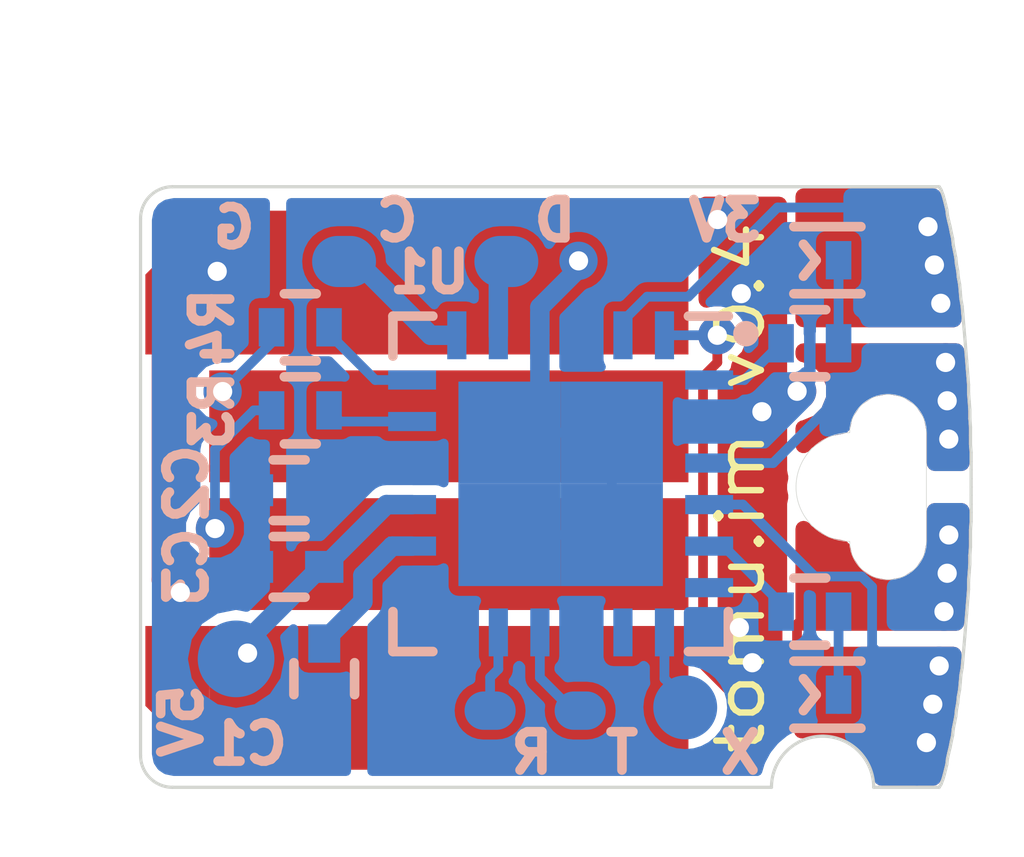
<source format=kicad_pcb>
(kicad_pcb (version 4) (host pcbnew 4.0.7)

  (general
    (links 40)
    (no_connects 0)
    (area 16.999999 17.074999 30.050001 26.525001)
    (thickness 0.6)
    (drawings 141)
    (tracks 218)
    (zones 0)
    (modules 17)
    (nets 24)
  )

  (page User 200 150.012)
  (title_block
    (title "Tomu, I'm")
    (date $Id$)
    (company "Tim 'mithro' Ansell <mithro@mithis.com>")
    (comment 1 "License: CC-BY-SA 4.0 or TAPR")
    (comment 2 http://tomu.im)
    (comment 3 https://github.com/mithro/tomu)
  )

  (layers
    (0 F.Cu signal)
    (31 B.Cu signal)
    (32 B.Adhes user)
    (33 F.Adhes user)
    (34 B.Paste user)
    (35 F.Paste user)
    (36 B.SilkS user)
    (37 F.SilkS user)
    (38 B.Mask user)
    (39 F.Mask user)
    (40 Dwgs.User user hide)
    (41 Cmts.User user hide)
    (42 Eco1.User user)
    (43 Eco2.User user)
    (44 Edge.Cuts user)
    (45 Margin user)
    (46 B.CrtYd user)
    (47 F.CrtYd user)
    (48 B.Fab user hide)
    (49 F.Fab user hide)
  )

  (setup
    (last_trace_width 0.1524)
    (user_trace_width 0.0254)
    (user_trace_width 0.1016)
    (user_trace_width 0.127)
    (user_trace_width 0.2032)
    (user_trace_width 0.254)
    (user_trace_width 0.3048)
    (trace_clearance 0.1524)
    (zone_clearance 0.1524)
    (zone_45_only no)
    (trace_min 0.1524)
    (segment_width 0.1)
    (edge_width 0.15)
    (via_size 0.6)
    (via_drill 0.3)
    (via_min_size 0.4)
    (via_min_drill 0.3)
    (uvia_size 0.3)
    (uvia_drill 0.1)
    (uvias_allowed no)
    (uvia_min_size 0.2)
    (uvia_min_drill 0.1)
    (pcb_text_width 0.3)
    (pcb_text_size 1.5 1.5)
    (mod_edge_width 0.15)
    (mod_text_size 1 1)
    (mod_text_width 0.15)
    (pad_size 1 1)
    (pad_drill 0)
    (pad_to_mask_clearance 0.07)
    (solder_mask_min_width 0.07)
    (aux_axis_origin 17.025 26.5)
    (visible_elements 7FFFFFEF)
    (pcbplotparams
      (layerselection 0x010fc_80000001)
      (usegerberextensions true)
      (excludeedgelayer true)
      (linewidth 0.100000)
      (plotframeref false)
      (viasonmask false)
      (mode 1)
      (useauxorigin false)
      (hpglpennumber 1)
      (hpglpenspeed 20)
      (hpglpendiameter 15)
      (hpglpenoverlay 2)
      (psnegative false)
      (psa4output false)
      (plotreference true)
      (plotvalue true)
      (plotinvisibletext false)
      (padsonsilk false)
      (subtractmaskfromsilk false)
      (outputformat 1)
      (mirror false)
      (drillshape 0)
      (scaleselection 1)
      (outputdirectory gerber/))
  )

  (net 0 "")
  (net 1 GND)
  (net 2 +3V3)
  (net 3 /USB_5V)
  (net 4 "Net-(D1-Pad1)")
  (net 5 "Net-(D2-Pad1)")
  (net 6 /DBG_SWDIO)
  (net 7 /DBG_SWCLK)
  (net 8 /USB_D+)
  (net 9 /USB_D-)
  (net 10 /DEC)
  (net 11 /LED1)
  (net 12 /LED0)
  (net 13 /RUSB_D+)
  (net 14 /RUSB_D-)
  (net 15 /CAP0A)
  (net 16 /CAP1A)
  (net 17 /CAP0B)
  (net 18 /CAP1B)
  (net 19 /LEU0_RX)
  (net 20 /LEU0_TX)
  (net 21 "Net-(U1-Pad6)")
  (net 22 "Net-(U1-Pad8)")
  (net 23 //RESET)

  (net_class Default "This is the default net class."
    (clearance 0.1524)
    (trace_width 0.1524)
    (via_dia 0.6)
    (via_drill 0.3)
    (uvia_dia 0.3)
    (uvia_drill 0.1)
    (add_net +3V3)
    (add_net //RESET)
    (add_net /CAP0A)
    (add_net /CAP0B)
    (add_net /CAP1A)
    (add_net /CAP1B)
    (add_net /DBG_SWCLK)
    (add_net /DBG_SWDIO)
    (add_net /DEC)
    (add_net /LED0)
    (add_net /LED1)
    (add_net /LEU0_RX)
    (add_net /LEU0_TX)
    (add_net /RUSB_D+)
    (add_net /RUSB_D-)
    (add_net /USB_5V)
    (add_net /USB_D+)
    (add_net /USB_D-)
    (add_net GND)
    (add_net "Net-(D1-Pad1)")
    (add_net "Net-(D2-Pad1)")
    (add_net "Net-(U1-Pad6)")
    (add_net "Net-(U1-Pad8)")
  )

  (module pads-1x3 (layer B.Cu) (tedit 5A8D15A1) (tstamp 5A5581E9)
    (at 17.67 18.27 270)
    (descr "Through hole pin header")
    (tags "pin header")
    (path /5A55837D)
    (attr virtual)
    (fp_text reference "SWD headers" (at -2.55 1.2 360) (layer Dwgs.User)
      (effects (font (size 1 1) (thickness 0.15)))
    )
    (fp_text value DEBUG (at 0 1.6 270) (layer B.Fab)
      (effects (font (size 1 1) (thickness 0.15)) (justify mirror))
    )
    (pad 1 smd rect (at 0 0 270) (size 0.8 0.8) (layers B.Cu B.Mask)
      (net 1 GND) (zone_connect 2))
    (pad 2 smd oval (at 0 -2.54 270) (size 0.8 1) (layers B.Cu B.Mask)
      (net 7 /DBG_SWCLK))
    (pad 3 smd oval (at 0 -5.08 270) (size 0.8 1) (layers B.Cu B.Mask)
      (net 6 /DBG_SWDIO))
  )

  (module Housings_DFN_QFN:QFN-24-1EP_5x5mm_Pitch0.65mm (layer B.Cu) (tedit 5A559107) (tstamp 5798C2AA)
    (at 23.6 21.75 180)
    (descr "UH Package; 24-Lead Plastic QFN (5mm x 5mm); (see Linear Technology (UH24) QFN 05-08-1747 Rev A.pdf)")
    (tags "QFN 0.65")
    (path /5798B6D7)
    (solder_mask_margin 0.03)
    (attr smd)
    (fp_text reference U1 (at 2.05 3.31 360) (layer B.SilkS)
      (effects (font (size 0.6 0.6) (thickness 0.15)) (justify mirror))
    )
    (fp_text value EFM32HG309 (at 0 -3.7 180) (layer B.Fab)
      (effects (font (size 1 1) (thickness 0.15)) (justify mirror))
    )
    (fp_line (start -1.5 2.5) (end 2.5 2.5) (layer B.Fab) (width 0.15))
    (fp_line (start 2.5 2.5) (end 2.5 -2.5) (layer B.Fab) (width 0.15))
    (fp_line (start 2.5 -2.5) (end -2.5 -2.5) (layer B.Fab) (width 0.15))
    (fp_line (start -2.5 -2.5) (end -2.5 1.5) (layer B.Fab) (width 0.15))
    (fp_line (start -2.5 1.5) (end -1.5 2.5) (layer B.Fab) (width 0.15))
    (fp_line (start -2.95 2.95) (end -2.95 -2.95) (layer B.CrtYd) (width 0.05))
    (fp_line (start 2.95 2.95) (end 2.95 -2.95) (layer B.CrtYd) (width 0.05))
    (fp_line (start -2.95 2.95) (end 2.95 2.95) (layer B.CrtYd) (width 0.05))
    (fp_line (start -2.95 -2.95) (end 2.95 -2.95) (layer B.CrtYd) (width 0.05))
    (fp_line (start 2.625 2.625) (end 2.625 2) (layer B.SilkS) (width 0.15))
    (fp_line (start -2.625 -2.625) (end -2.625 -2) (layer B.SilkS) (width 0.15))
    (fp_line (start 2.625 -2.625) (end 2.625 -2) (layer B.SilkS) (width 0.15))
    (fp_line (start -2.625 2.625) (end -2 2.625) (layer B.SilkS) (width 0.15))
    (fp_line (start -2.625 -2.625) (end -2 -2.625) (layer B.SilkS) (width 0.15))
    (fp_line (start 2.625 -2.625) (end 2 -2.625) (layer B.SilkS) (width 0.15))
    (fp_line (start 2.625 2.625) (end 2 2.625) (layer B.SilkS) (width 0.15))
    (pad 1 smd rect (at -2.325 1.625 180) (size 0.75 0.3) (layers B.Cu B.Paste B.Mask)
      (net 11 /LED1))
    (pad 2 smd rect (at -2.325 0.975 180) (size 0.75 0.3) (layers B.Cu B.Paste B.Mask)
      (net 2 +3V3))
    (pad 3 smd rect (at -2.325 0.325 180) (size 0.75 0.3) (layers B.Cu B.Paste B.Mask)
      (net 15 /CAP0A))
    (pad 4 smd rect (at -2.325 -0.325 180) (size 0.75 0.3) (layers B.Cu B.Paste B.Mask)
      (net 16 /CAP1A))
    (pad 5 smd rect (at -2.325 -0.975 180) (size 0.75 0.3) (layers B.Cu B.Paste B.Mask)
      (net 12 /LED0))
    (pad 6 smd rect (at -2.325 -1.625 180) (size 0.75 0.3) (layers B.Cu B.Paste B.Mask)
      (net 21 "Net-(U1-Pad6)"))
    (pad 7 smd rect (at -1.625 -2.325 90) (size 0.75 0.3) (layers B.Cu B.Paste B.Mask)
      (net 23 //RESET))
    (pad 8 smd rect (at -0.975 -2.325 90) (size 0.75 0.3) (layers B.Cu B.Paste B.Mask)
      (net 22 "Net-(U1-Pad8)"))
    (pad 9 smd rect (at -0.325 -2.325 90) (size 0.75 0.3) (layers B.Cu B.Paste B.Mask)
      (net 2 +3V3))
    (pad 10 smd rect (at 0.325 -2.325 90) (size 0.75 0.3) (layers B.Cu B.Paste B.Mask)
      (net 20 /LEU0_TX))
    (pad 11 smd rect (at 0.975 -2.325 90) (size 0.75 0.3) (layers B.Cu B.Paste B.Mask)
      (net 19 /LEU0_RX))
    (pad 12 smd rect (at 1.625 -2.325 90) (size 0.75 0.3) (layers B.Cu B.Paste B.Mask)
      (net 2 +3V3))
    (pad 13 smd rect (at 2.325 -1.625 180) (size 0.75 0.3) (layers B.Cu B.Paste B.Mask)
      (net 2 +3V3))
    (pad 14 smd rect (at 2.325 -0.975 180) (size 0.75 0.3) (layers B.Cu B.Paste B.Mask)
      (net 10 /DEC))
    (pad 15 smd rect (at 2.325 -0.325 180) (size 0.75 0.3) (layers B.Cu B.Paste B.Mask)
      (net 3 /USB_5V))
    (pad 16 smd rect (at 2.325 0.325 180) (size 0.75 0.3) (layers B.Cu B.Paste B.Mask)
      (net 2 +3V3))
    (pad 17 smd rect (at 2.325 0.975 180) (size 0.75 0.3) (layers B.Cu B.Paste B.Mask)
      (net 14 /RUSB_D-))
    (pad 18 smd rect (at 2.325 1.625 180) (size 0.75 0.3) (layers B.Cu B.Paste B.Mask)
      (net 13 /RUSB_D+))
    (pad 19 smd rect (at 1.625 2.325 90) (size 0.75 0.3) (layers B.Cu B.Paste B.Mask)
      (net 7 /DBG_SWCLK))
    (pad 20 smd rect (at 0.975 2.325 90) (size 0.75 0.3) (layers B.Cu B.Paste B.Mask)
      (net 6 /DBG_SWDIO))
    (pad 21 smd rect (at 0.325 2.325 90) (size 0.75 0.3) (layers B.Cu B.Paste B.Mask)
      (net 1 GND))
    (pad 22 smd rect (at -0.325 2.325 90) (size 0.75 0.3) (layers B.Cu B.Paste B.Mask)
      (net 2 +3V3))
    (pad 23 smd rect (at -0.975 2.325 90) (size 0.75 0.3) (layers B.Cu B.Paste B.Mask)
      (net 17 /CAP0B))
    (pad 24 smd rect (at -1.625 2.325 90) (size 0.75 0.3) (layers B.Cu B.Paste B.Mask)
      (net 18 /CAP1B))
    (pad 25 smd rect (at 0.8 -0.8 180) (size 1.6 1.6) (layers B.Cu B.Paste B.Mask)
      (net 1 GND) (solder_paste_margin_ratio -0.2))
    (pad 25 smd rect (at 0.8 0.8 180) (size 1.6 1.6) (layers B.Cu B.Paste B.Mask)
      (net 1 GND) (solder_paste_margin_ratio -0.2))
    (pad 25 smd rect (at -0.8 -0.8 180) (size 1.6 1.6) (layers B.Cu B.Paste B.Mask)
      (net 1 GND) (solder_paste_margin_ratio -0.2))
    (pad 25 smd rect (at -0.8 0.8 180) (size 1.6 1.6) (layers B.Cu B.Paste B.Mask)
      (net 1 GND) (solder_paste_margin_ratio -0.2))
    (model ${KISYS3DMOD}/Housings_DFN_QFN.3dshapes/QFN-24-1EP_5x5mm_Pitch0.65mm.wrl
      (at (xyz 0 0 0))
      (scale (xyz 1 1 1))
      (rotate (xyz 0 0 0))
    )
  )

  (module pads-1x3-slim (layer B.Cu) (tedit 5A825B67) (tstamp 5A55B1AD)
    (at 20.35 25.3 270)
    (descr "Through hole pin header")
    (tags "pin header")
    (path /5A55AC38)
    (attr virtual)
    (fp_text reference "Serial headers" (at 1.975 -1.55 360) (layer Dwgs.User)
      (effects (font (size 1 1) (thickness 0.15)))
    )
    (fp_text value USART0 (at 0 1.6 270) (layer B.Fab)
      (effects (font (size 1 1) (thickness 0.15)) (justify mirror))
    )
    (pad 1 smd rect (at 0 -0.8 270) (size 0.8 0.8) (layers B.Cu B.Mask)
      (net 2 +3V3) (zone_connect 2))
    (pad 2 smd oval (at 0 -2.146 270) (size 0.6 0.8) (layers B.Cu B.Mask)
      (net 19 /LEU0_RX) (zone_connect 2))
    (pad 3 smd oval (at 0 -3.556 270) (size 0.6 0.8) (layers B.Cu B.Mask)
      (net 20 /LEU0_TX) (zone_connect 2))
  )

  (module USB-PCB (layer F.Cu) (tedit 5A77B315) (tstamp 5798C24F)
    (at 16.85 27.35)
    (path /5798BECB)
    (solder_mask_margin 0.000001)
    (attr virtual)
    (fp_text reference P3 (at 1.25 1.65) (layer Cmts.User)
      (effects (font (size 1 1) (thickness 0.15)))
    )
    (fp_text value USB-PCB (at 3.575 0.2) (layer F.Fab)
      (effects (font (size 1 1) (thickness 0.15)))
    )
    (fp_text user + (at 9.46 -6.43 90) (layer F.SilkS) hide
      (effects (font (size 1 1) (thickness 0.15)))
    )
    (fp_text user 5V (at 9.55 -2.15 90) (layer F.SilkS) hide
      (effects (font (size 0.8 0.8) (thickness 0.15)))
    )
    (fp_line (start 0 -11) (end 0 -13) (layer Cmts.User) (width 0.05))
    (fp_line (start 0 -12) (end 0.5 -11.5) (layer Cmts.User) (width 0.05))
    (fp_line (start 0 -12) (end 0.5 -12.5) (layer Cmts.User) (width 0.05))
    (fp_line (start 12 -12) (end 0 -12) (layer Cmts.User) (width 0.05))
    (fp_line (start 11.5 -11.5) (end 12 -12) (layer Cmts.User) (width 0.05))
    (fp_line (start 12 -12) (end 11.5 -11.5) (layer Cmts.User) (width 0.05))
    (fp_line (start 11.5 -12.5) (end 12 -12) (layer Cmts.User) (width 0.05))
    (fp_line (start 12 -12) (end 11.5 -12.5) (layer Cmts.User) (width 0.05))
    (fp_line (start 12 -11) (end 12 -13) (layer Cmts.User) (width 0.05))
    (fp_text user 12.00mm (at 6 -12.5) (layer Cmts.User)
      (effects (font (size 1 1) (thickness 0.05)))
    )
    (fp_line (start 12 -0.8) (end 12 -10.2) (layer Dwgs.User) (width 0.05))
    (fp_line (start 12 -10.2) (end 0 -10.2) (layer Dwgs.User) (width 0.05))
    (fp_line (start 12 -0.8) (end 0 -0.8) (layer Dwgs.User) (width 0.05))
    (fp_line (start 0 -0.8) (end 0 -10.2) (layer Dwgs.User) (width 0.05))
    (fp_line (start 13.5 0) (end 13.5 -11) (layer Cmts.User) (width 0.05))
    (fp_line (start 12 -11) (end 14 -11) (layer Cmts.User) (width 0.05))
    (fp_line (start 13.5 -11) (end 13 -10.5) (layer Cmts.User) (width 0.05))
    (fp_line (start 13.5 -11) (end 14 -10.5) (layer Cmts.User) (width 0.05))
    (fp_line (start 12 0) (end 14 0) (layer Cmts.User) (width 0.05))
    (fp_text user 11.00mm (at 13 -5 90) (layer Cmts.User)
      (effects (font (size 1 1) (thickness 0.05)))
    )
    (fp_line (start 13.5 0) (end 14 -0.5) (layer Cmts.User) (width 0.05))
    (fp_line (start 13 -0.5) (end 13.5 0) (layer Cmts.User) (width 0.05))
    (fp_line (start 13.5 0) (end 13 -0.5) (layer Cmts.User) (width 0.05))
    (fp_line (start 14 -0.5) (end 13.5 0) (layer Cmts.User) (width 0.05))
    (fp_line (start -1 -7.5) (end -0.5 -8) (layer Cmts.User) (width 0.05))
    (fp_line (start -1 -11) (end -1 -7.5) (layer Cmts.User) (width 0.05))
    (fp_line (start -1 -11) (end -0.5 -10.5) (layer Cmts.User) (width 0.05))
    (fp_line (start -1.5 -10.5) (end -1 -11) (layer Cmts.User) (width 0.05))
    (fp_line (start -0.5 -10.5) (end -1 -11) (layer Cmts.User) (width 0.05))
    (fp_line (start -1 -11) (end -1.5 -10.5) (layer Cmts.User) (width 0.05))
    (fp_line (start -1 -7.5) (end -1.5 -8) (layer Cmts.User) (width 0.05))
    (fp_line (start 0 -11) (end -2 -11) (layer Cmts.User) (width 0.05))
    (fp_line (start 0 -7.5) (end -2 -7.5) (layer Cmts.User) (width 0.05))
    (fp_line (start -1 0) (end -0.5 -0.5) (layer Cmts.User) (width 0.05))
    (fp_text user 3.50mm (at -1.5 -2 90) (layer Cmts.User)
      (effects (font (size 0.25 0.14) (thickness 0.035)))
    )
    (fp_line (start -1 -3.5) (end -1 0) (layer Cmts.User) (width 0.05))
    (fp_line (start -1 0) (end -1.5 -0.5) (layer Cmts.User) (width 0.05))
    (fp_line (start -1 -3.5) (end -1.5 -3) (layer Cmts.User) (width 0.05))
    (fp_line (start -1.5 -3) (end -1 -3.5) (layer Cmts.User) (width 0.05))
    (fp_line (start -1 -3.5) (end -0.5 -3) (layer Cmts.User) (width 0.05))
    (fp_line (start -0.5 -3) (end -1 -3.5) (layer Cmts.User) (width 0.05))
    (fp_line (start 0 -3.5) (end -2 -3.5) (layer Cmts.User) (width 0.05))
    (fp_line (start 0 0) (end -2 0) (layer Cmts.User) (width 0.05))
    (fp_line (start -0.5 -5) (end -1 -5.5) (layer Cmts.User) (width 0.05))
    (fp_line (start -1 -5.5) (end -1.5 -5) (layer Cmts.User) (width 0.05))
    (fp_line (start -1.5 -5) (end -1 -5.5) (layer Cmts.User) (width 0.05))
    (fp_line (start -1 -5.5) (end -0.5 -5) (layer Cmts.User) (width 0.05))
    (fp_line (start 0 -5.5) (end -2 -5.5) (layer Cmts.User) (width 0.05))
    (fp_line (start -1 -5.5) (end -1 -3.5) (layer Cmts.User) (width 0.05))
    (fp_line (start -1 -3.5) (end -1.5 -4) (layer Cmts.User) (width 0.05))
    (fp_line (start -1 -3.5) (end -0.5 -4) (layer Cmts.User) (width 0.05))
    (fp_text user 2.00mm (at -1.5 -4.5 90) (layer Cmts.User)
      (effects (font (size 0.25 0.15) (thickness 0.0375)))
    )
    (fp_text user 2.00mm (at -1.5 -6.5 90) (layer Cmts.User)
      (effects (font (size 0.25 0.15) (thickness 0.0375)))
    )
    (fp_line (start -0.5 -7) (end -1 -7.5) (layer Cmts.User) (width 0.05))
    (fp_line (start -1 -7.5) (end -1.5 -7) (layer Cmts.User) (width 0.05))
    (fp_line (start -1 -7.5) (end -0.5 -7) (layer Cmts.User) (width 0.05))
    (fp_line (start -1.5 -7) (end -1 -7.5) (layer Cmts.User) (width 0.05))
    (fp_line (start -1 -7.5) (end -1 -5.5) (layer Cmts.User) (width 0.05))
    (fp_line (start -1 -5.5) (end -1.5 -6) (layer Cmts.User) (width 0.05))
    (fp_line (start -1 -5.5) (end -0.5 -6) (layer Cmts.User) (width 0.05))
    (fp_text user 3.50mm (at -1.5 -9.5 90) (layer Cmts.User)
      (effects (font (size 0.25 0.14) (thickness 0.035)))
    )
    (fp_text user - (at 9.44 -4.54 90) (layer F.SilkS) hide
      (effects (font (size 1 1) (thickness 0.15)))
    )
    (fp_text user GND (at 9.5 -8.9 90) (layer F.SilkS) hide
      (effects (font (size 0.8 0.8) (thickness 0.15)))
    )
    (pad 1 connect rect (at 5 -2.25) (size 7.5 2.25) (layers F.Cu F.Mask)
      (net 3 /USB_5V) (zone_connect 2))
    (pad 4 connect rect (at 5 -8.75) (size 7.5 2.25) (layers F.Cu F.Mask)
      (net 1 GND) (zone_connect 2))
    (pad 2 connect rect (at 5 -4.5) (size 7.5 1.75) (layers F.Cu F.Mask)
      (net 9 /USB_D-) (zone_connect 2))
    (pad 3 connect rect (at 5 -6.5) (size 7.5 1.75) (layers F.Cu F.Mask)
      (net 8 /USB_D+) (zone_connect 2))
    (pad 1 connect trapezoid (at 0.75 -2.25 180) (size 1 1.25) (rect_delta 1 0 ) (layers F.Cu F.Mask)
      (net 3 /USB_5V) (zone_connect 2))
    (pad 4 connect trapezoid (at 0.75 -8.75 180) (size 1 1.25) (rect_delta 1 0 ) (layers F.Cu F.Mask)
      (net 1 GND) (zone_connect 2))
    (pad 1 connect rect (at 0.75 -2.875 180) (size 1 1) (layers F.Cu F.Mask)
      (net 3 /USB_5V))
    (pad 4 connect rect (at 0.75 -8.125 180) (size 1 1) (layers F.Cu F.Mask)
      (net 1 GND))
  )

  (module Resistors_SMD:R_0402 (layer B.Cu) (tedit 579CBFFC) (tstamp 5798C267)
    (at 27.5 23.75 180)
    (descr "Resistor SMD 0402, reflow soldering, Vishay (see dcrcw.pdf)")
    (tags "resistor 0402")
    (path /5798F38A)
    (attr smd)
    (fp_text reference R2 (at 0 1.8 180) (layer B.SilkS) hide
      (effects (font (size 0.6 0.6) (thickness 0.15)) (justify mirror))
    )
    (fp_text value "100 Ohm, 1%, 1/16W, 0402" (at 0 -1.8 180) (layer B.Fab)
      (effects (font (size 1 1) (thickness 0.15)) (justify mirror))
    )
    (fp_line (start -0.95 0.65) (end 0.95 0.65) (layer B.CrtYd) (width 0.05))
    (fp_line (start -0.95 -0.65) (end 0.95 -0.65) (layer B.CrtYd) (width 0.05))
    (fp_line (start -0.95 0.65) (end -0.95 -0.65) (layer B.CrtYd) (width 0.05))
    (fp_line (start 0.95 0.65) (end 0.95 -0.65) (layer B.CrtYd) (width 0.05))
    (fp_line (start 0.25 0.525) (end -0.25 0.525) (layer B.SilkS) (width 0.15))
    (fp_line (start -0.25 -0.525) (end 0.25 -0.525) (layer B.SilkS) (width 0.15))
    (pad 1 smd rect (at -0.45 0 180) (size 0.4 0.6) (layers B.Cu B.Paste B.Mask)
      (net 5 "Net-(D2-Pad1)"))
    (pad 2 smd rect (at 0.45 0 180) (size 0.4 0.6) (layers B.Cu B.Paste B.Mask)
      (net 12 /LED0))
    (model Resistors_SMD.3dshapes/R_0402.wrl
      (at (xyz 0 0 0))
      (scale (xyz 1 1 1))
      (rotate (xyz 0 0 0))
    )
  )

  (module LEDs:LED_0402 (layer B.Cu) (tedit 579CC00C) (tstamp 5798C1BF)
    (at 27.5 18.25 180)
    (descr "LED 0402 smd package")
    (tags "LED led 0402 SMD smd SMT smt smdled SMDLED smtled SMTLED")
    (path /5798F0D5)
    (attr smd)
    (fp_text reference D1 (at 0 1.8 180) (layer B.SilkS) hide
      (effects (font (size 1 1) (thickness 0.15)) (justify mirror))
    )
    (fp_text value "LED Green 0402 " (at 0 -1.8 180) (layer B.Fab)
      (effects (font (size 1 1) (thickness 0.15)) (justify mirror))
    )
    (fp_line (start -0.1 0) (end 0.1 -0.25) (layer B.SilkS) (width 0.15))
    (fp_line (start 0.1 0.25) (end -0.1 0) (layer B.SilkS) (width 0.15))
    (fp_line (start -0.95 0.65) (end 0.95 0.65) (layer B.CrtYd) (width 0.05))
    (fp_line (start -0.95 -0.65) (end 0.95 -0.65) (layer B.CrtYd) (width 0.05))
    (fp_line (start -0.95 0.65) (end -0.95 -0.65) (layer B.CrtYd) (width 0.05))
    (fp_line (start 0.95 0.65) (end 0.95 -0.65) (layer B.CrtYd) (width 0.05))
    (fp_line (start 0.25 0.525) (end -0.8 0.525) (layer B.SilkS) (width 0.15))
    (fp_line (start 0.25 -0.525) (end -0.8 -0.525) (layer B.SilkS) (width 0.15))
    (pad 1 smd rect (at -0.45 0 180) (size 0.4 0.6) (layers B.Cu B.Paste B.Mask)
      (net 4 "Net-(D1-Pad1)"))
    (pad 2 smd rect (at 0.45 0 180) (size 0.4 0.6) (layers B.Cu B.Paste B.Mask)
      (net 2 +3V3))
    (model LEDs.3dshapes/LED_0402.wrl
      (at (xyz 0 0 0))
      (scale (xyz 1 1 1))
      (rotate (xyz 0 0 180))
    )
  )

  (module Capacitors_SMD:C_0402 (layer B.Cu) (tedit 579C77D3) (tstamp 5798C199)
    (at 19.9 24.8 90)
    (descr "Capacitor SMD 0402, reflow soldering, AVX (see smccp.pdf)")
    (tags "capacitor 0402")
    (path /5798BCD7)
    (attr smd)
    (fp_text reference C1 (at -1.02 -1.19 180) (layer B.SilkS)
      (effects (font (size 0.6 0.6) (thickness 0.15)) (justify mirror))
    )
    (fp_text value "1uF, 10V, X5R, 0402" (at 0 -1.7 90) (layer B.Fab)
      (effects (font (size 1 1) (thickness 0.15)) (justify mirror))
    )
    (fp_line (start -1.15 0.6) (end 1.15 0.6) (layer B.CrtYd) (width 0.05))
    (fp_line (start -1.15 -0.6) (end 1.15 -0.6) (layer B.CrtYd) (width 0.05))
    (fp_line (start -1.15 0.6) (end -1.15 -0.6) (layer B.CrtYd) (width 0.05))
    (fp_line (start 1.15 0.6) (end 1.15 -0.6) (layer B.CrtYd) (width 0.05))
    (fp_line (start 0.25 0.475) (end -0.25 0.475) (layer B.SilkS) (width 0.15))
    (fp_line (start -0.25 -0.475) (end 0.25 -0.475) (layer B.SilkS) (width 0.15))
    (pad 1 smd rect (at -0.55 0 90) (size 0.6 0.5) (layers B.Cu B.Paste B.Mask)
      (net 1 GND))
    (pad 2 smd rect (at 0.55 0 90) (size 0.6 0.5) (layers B.Cu B.Paste B.Mask)
      (net 10 /DEC))
    (model Capacitors_SMD.3dshapes/C_0402.wrl
      (at (xyz 0 0 0))
      (scale (xyz 1 1 1))
      (rotate (xyz 0 0 0))
    )
  )

  (module Capacitors_SMD:C_0402 (layer B.Cu) (tedit 579C77A2) (tstamp 5798C1A5)
    (at 19.35 21.85 180)
    (descr "Capacitor SMD 0402, reflow soldering, AVX (see smccp.pdf)")
    (tags "capacitor 0402")
    (path /5798B89B)
    (attr smd)
    (fp_text reference C2 (at 1.6 0.1 270) (layer B.SilkS)
      (effects (font (size 0.6 0.6) (thickness 0.15)) (justify mirror))
    )
    (fp_text value "1uF, 10V, X5R, 0402" (at 0 -1.7 180) (layer B.Fab)
      (effects (font (size 1 1) (thickness 0.15)) (justify mirror))
    )
    (fp_line (start -1.15 0.6) (end 1.15 0.6) (layer B.CrtYd) (width 0.05))
    (fp_line (start -1.15 -0.6) (end 1.15 -0.6) (layer B.CrtYd) (width 0.05))
    (fp_line (start -1.15 0.6) (end -1.15 -0.6) (layer B.CrtYd) (width 0.05))
    (fp_line (start 1.15 0.6) (end 1.15 -0.6) (layer B.CrtYd) (width 0.05))
    (fp_line (start 0.25 0.475) (end -0.25 0.475) (layer B.SilkS) (width 0.15))
    (fp_line (start -0.25 -0.475) (end 0.25 -0.475) (layer B.SilkS) (width 0.15))
    (pad 1 smd rect (at -0.55 0 180) (size 0.6 0.5) (layers B.Cu B.Paste B.Mask)
      (net 2 +3V3))
    (pad 2 smd rect (at 0.55 0 180) (size 0.6 0.5) (layers B.Cu B.Paste B.Mask)
      (net 1 GND))
    (model Capacitors_SMD.3dshapes/C_0402.wrl
      (at (xyz 0 0 0))
      (scale (xyz 1 1 1))
      (rotate (xyz 0 0 0))
    )
  )

  (module Capacitors_SMD:C_0402 (layer B.Cu) (tedit 579C77A9) (tstamp 5798C1B1)
    (at 19.35 23.05 180)
    (descr "Capacitor SMD 0402, reflow soldering, AVX (see smccp.pdf)")
    (tags "capacitor 0402")
    (path /5798BA32)
    (attr smd)
    (fp_text reference C3 (at 1.6 0 270) (layer B.SilkS)
      (effects (font (size 0.6 0.6) (thickness 0.15)) (justify mirror))
    )
    (fp_text value "4.7uF, 6.3V, X5R, 0402" (at 0 -1.7 180) (layer B.Fab)
      (effects (font (size 1 1) (thickness 0.15)) (justify mirror))
    )
    (fp_line (start -1.15 0.6) (end 1.15 0.6) (layer B.CrtYd) (width 0.05))
    (fp_line (start -1.15 -0.6) (end 1.15 -0.6) (layer B.CrtYd) (width 0.05))
    (fp_line (start -1.15 0.6) (end -1.15 -0.6) (layer B.CrtYd) (width 0.05))
    (fp_line (start 1.15 0.6) (end 1.15 -0.6) (layer B.CrtYd) (width 0.05))
    (fp_line (start 0.25 0.475) (end -0.25 0.475) (layer B.SilkS) (width 0.15))
    (fp_line (start -0.25 -0.475) (end 0.25 -0.475) (layer B.SilkS) (width 0.15))
    (pad 1 smd rect (at -0.55 0 180) (size 0.6 0.5) (layers B.Cu B.Paste B.Mask)
      (net 3 /USB_5V))
    (pad 2 smd rect (at 0.55 0 180) (size 0.6 0.5) (layers B.Cu B.Paste B.Mask)
      (net 1 GND))
    (model Capacitors_SMD.3dshapes/C_0402.wrl
      (at (xyz 0 0 0))
      (scale (xyz 1 1 1))
      (rotate (xyz 0 0 0))
    )
  )

  (module LEDs:LED_0402 (layer B.Cu) (tedit 579CBFF6) (tstamp 5798C1CD)
    (at 27.5 25.05 180)
    (descr "LED 0402 smd package")
    (tags "LED led 0402 SMD smd SMT smt smdled SMDLED smtled SMTLED")
    (path /5798F173)
    (attr smd)
    (fp_text reference D2 (at 0.1 1.325 270) (layer B.SilkS) hide
      (effects (font (size 0.6 0.6) (thickness 0.15)) (justify mirror))
    )
    (fp_text value "LED, Red, 0402" (at 0 -1.8 180) (layer B.Fab)
      (effects (font (size 1 1) (thickness 0.15)) (justify mirror))
    )
    (fp_line (start -0.1 0) (end 0.1 -0.25) (layer B.SilkS) (width 0.15))
    (fp_line (start 0.1 0.25) (end -0.1 0) (layer B.SilkS) (width 0.15))
    (fp_line (start -0.95 0.65) (end 0.95 0.65) (layer B.CrtYd) (width 0.05))
    (fp_line (start -0.95 -0.65) (end 0.95 -0.65) (layer B.CrtYd) (width 0.05))
    (fp_line (start -0.95 0.65) (end -0.95 -0.65) (layer B.CrtYd) (width 0.05))
    (fp_line (start 0.95 0.65) (end 0.95 -0.65) (layer B.CrtYd) (width 0.05))
    (fp_line (start 0.25 0.525) (end -0.8 0.525) (layer B.SilkS) (width 0.15))
    (fp_line (start 0.25 -0.525) (end -0.8 -0.525) (layer B.SilkS) (width 0.15))
    (pad 1 smd rect (at -0.45 0 180) (size 0.4 0.6) (layers B.Cu B.Paste B.Mask)
      (net 5 "Net-(D2-Pad1)"))
    (pad 2 smd rect (at 0.45 0 180) (size 0.4 0.6) (layers B.Cu B.Paste B.Mask)
      (net 2 +3V3))
    (model LEDs.3dshapes/LED_0402.wrl
      (at (xyz 0 0 0))
      (scale (xyz 1 1 1))
      (rotate (xyz 0 0 180))
    )
  )

  (module Resistors_SMD:R_0402 (layer B.Cu) (tedit 579CC000) (tstamp 5798C25B)
    (at 27.5 19.55)
    (descr "Resistor SMD 0402, reflow soldering, Vishay (see dcrcw.pdf)")
    (tags "resistor 0402")
    (path /5798F3FD)
    (attr smd)
    (fp_text reference R1 (at 0 1.8) (layer B.SilkS) hide
      (effects (font (size 0.6 0.6) (thickness 0.15)) (justify mirror))
    )
    (fp_text value "100 Ohm, 1%, 1/16W, 0402" (at 0 -1.8) (layer B.Fab)
      (effects (font (size 1 1) (thickness 0.15)) (justify mirror))
    )
    (fp_line (start -0.95 0.65) (end 0.95 0.65) (layer B.CrtYd) (width 0.05))
    (fp_line (start -0.95 -0.65) (end 0.95 -0.65) (layer B.CrtYd) (width 0.05))
    (fp_line (start -0.95 0.65) (end -0.95 -0.65) (layer B.CrtYd) (width 0.05))
    (fp_line (start 0.95 0.65) (end 0.95 -0.65) (layer B.CrtYd) (width 0.05))
    (fp_line (start 0.25 0.525) (end -0.25 0.525) (layer B.SilkS) (width 0.15))
    (fp_line (start -0.25 -0.525) (end 0.25 -0.525) (layer B.SilkS) (width 0.15))
    (pad 1 smd rect (at -0.45 0) (size 0.4 0.6) (layers B.Cu B.Paste B.Mask)
      (net 11 /LED1))
    (pad 2 smd rect (at 0.45 0) (size 0.4 0.6) (layers B.Cu B.Paste B.Mask)
      (net 4 "Net-(D1-Pad1)"))
    (model Resistors_SMD.3dshapes/R_0402.wrl
      (at (xyz 0 0 0))
      (scale (xyz 1 1 1))
      (rotate (xyz 0 0 0))
    )
  )

  (module Resistors_SMD:R_0402 (layer B.Cu) (tedit 579C76C1) (tstamp 5798C273)
    (at 19.525 20.6)
    (descr "Resistor SMD 0402, reflow soldering, Vishay (see dcrcw.pdf)")
    (tags "resistor 0402")
    (path /5798C3BC)
    (attr smd)
    (fp_text reference R3 (at -1.375 0 90) (layer B.SilkS)
      (effects (font (size 0.6 0.6) (thickness 0.15)) (justify mirror))
    )
    (fp_text value "15 Ohm, 1%, 1/16W, 0402" (at 0 -1.8) (layer B.Fab)
      (effects (font (size 1 1) (thickness 0.15)) (justify mirror))
    )
    (fp_line (start -0.95 0.65) (end 0.95 0.65) (layer B.CrtYd) (width 0.05))
    (fp_line (start -0.95 -0.65) (end 0.95 -0.65) (layer B.CrtYd) (width 0.05))
    (fp_line (start -0.95 0.65) (end -0.95 -0.65) (layer B.CrtYd) (width 0.05))
    (fp_line (start 0.95 0.65) (end 0.95 -0.65) (layer B.CrtYd) (width 0.05))
    (fp_line (start 0.25 0.525) (end -0.25 0.525) (layer B.SilkS) (width 0.15))
    (fp_line (start -0.25 -0.525) (end 0.25 -0.525) (layer B.SilkS) (width 0.15))
    (pad 1 smd rect (at -0.45 0) (size 0.4 0.6) (layers B.Cu B.Paste B.Mask)
      (net 9 /USB_D-))
    (pad 2 smd rect (at 0.45 0) (size 0.4 0.6) (layers B.Cu B.Paste B.Mask)
      (net 14 /RUSB_D-))
    (model Resistors_SMD.3dshapes/R_0402.wrl
      (at (xyz 0 0 0))
      (scale (xyz 1 1 1))
      (rotate (xyz 0 0 0))
    )
  )

  (module Resistors_SMD:R_0402 (layer B.Cu) (tedit 579C7699) (tstamp 5798C27F)
    (at 19.525 19.3)
    (descr "Resistor SMD 0402, reflow soldering, Vishay (see dcrcw.pdf)")
    (tags "resistor 0402")
    (path /5798C529)
    (attr smd)
    (fp_text reference R4 (at -1.375 0 90) (layer B.SilkS)
      (effects (font (size 0.6 0.6) (thickness 0.15)) (justify mirror))
    )
    (fp_text value "15 Ohm, 1%, 1/16W, 0402" (at 0 -1.8) (layer B.Fab)
      (effects (font (size 1 1) (thickness 0.15)) (justify mirror))
    )
    (fp_line (start -0.95 0.65) (end 0.95 0.65) (layer B.CrtYd) (width 0.05))
    (fp_line (start -0.95 -0.65) (end 0.95 -0.65) (layer B.CrtYd) (width 0.05))
    (fp_line (start -0.95 0.65) (end -0.95 -0.65) (layer B.CrtYd) (width 0.05))
    (fp_line (start 0.95 0.65) (end 0.95 -0.65) (layer B.CrtYd) (width 0.05))
    (fp_line (start 0.25 0.525) (end -0.25 0.525) (layer B.SilkS) (width 0.15))
    (fp_line (start -0.25 -0.525) (end 0.25 -0.525) (layer B.SilkS) (width 0.15))
    (pad 1 smd rect (at -0.45 0) (size 0.4 0.6) (layers B.Cu B.Paste B.Mask)
      (net 8 /USB_D+))
    (pad 2 smd rect (at 0.45 0) (size 0.4 0.6) (layers B.Cu B.Paste B.Mask)
      (net 13 /RUSB_D+))
    (model Resistors_SMD.3dshapes/R_0402.wrl
      (at (xyz 0 0 0))
      (scale (xyz 1 1 1))
      (rotate (xyz 0 0 0))
    )
  )

  (module usb-pcb:pads-1x1 (layer B.Cu) (tedit 5A8D1470) (tstamp 5A55AECF)
    (at 25.55 22.85 180)
    (descr "Through hole pin header")
    (tags "pin header")
    (path /5A55B1FF)
    (attr virtual)
    (fp_text reference Reset (at -1.35 -6.375 180) (layer Dwgs.User)
      (effects (font (size 1 1) (thickness 0.15)))
    )
    (fp_text value RESET_PAD (at 0 1.6 180) (layer B.Fab)
      (effects (font (size 1 1) (thickness 0.15)) (justify mirror))
    )
    (pad 1 smd oval (at 0 -2.4 180) (size 1 1) (layers B.Cu B.Mask)
      (net 23 //RESET) (zone_connect 2))
  )

  (module usb-pcb:pads-1x1 (layer B.Cu) (tedit 5A77C283) (tstamp 5A55B3A5)
    (at 20.92 24.49 90)
    (descr "Through hole pin header")
    (tags "pin header")
    (path /5A55B8D8)
    (attr virtual)
    (fp_text reference "USB power" (at 1.105 -6.611 270) (layer Dwgs.User)
      (effects (font (size 1 1) (thickness 0.15)))
    )
    (fp_text value 5V_PAD (at 0 1.6 90) (layer B.Fab)
      (effects (font (size 1 1) (thickness 0.15)) (justify mirror))
    )
    (pad 1 smd oval (at 0 -2.4 90) (size 1.2 1.2) (layers B.Cu B.Mask)
      (net 3 /USB_5V) (zone_connect 2))
  )

  (module usb-pcb:soldermask-removal (layer F.Cu) (tedit 5A77C396) (tstamp 5A5A194A)
    (at 29.225 21.9)
    (descr "Removes soldermask for captouch")
    (path /5A5A1619)
    (attr virtual)
    (fp_text reference XX1 (at 2.2 -0.05 90) (layer F.SilkS) hide
      (effects (font (size 1 1) (thickness 0.15)))
    )
    (fp_text value "Button solder mask removal" (at 0 -0.5) (layer F.Fab)
      (effects (font (size 1 1) (thickness 0.15)))
    )
    (pad "" smd rect (at 0 -3) (size 2.6 4.35) (layers F.Mask))
    (pad "" smd rect (at 0.4 -3) (size 1.85 4.35) (layers B.Mask))
    (pad "" smd rect (at 0 2.6) (size 2.6 4.35) (layers F.Mask))
    (pad 2 smd rect (at 0.4 2.6) (size 1.85 4.35) (layers B.Mask))
  )

  (module usb-pcb:pads-1x1 (layer B.Cu) (tedit 5A8259E5) (tstamp 5A6ECB4F)
    (at 25.31 18.22)
    (descr "Through hole pin header")
    (tags "pin header")
    (path /5A7007C6)
    (fp_text reference 3.3V (at -0.925 -1.625) (layer Dwgs.User)
      (effects (font (size 1 1) (thickness 0.15)))
    )
    (fp_text value 3V_PAD (at 0 1.6) (layer B.Fab)
      (effects (font (size 1 1) (thickness 0.15)) (justify mirror))
    )
    (pad 1 smd oval (at 0 0) (size 0.8 0.6) (layers B.Cu B.Mask)
      (net 2 +3V3) (zone_connect 2))
  )

  (gr_text 5V (at 17.67 25.46 90) (layer B.SilkS) (tstamp 5A8D4628)
    (effects (font (size 0.6 0.6) (thickness 0.15)) (justify mirror))
  )
  (gr_text G (at 18.49 17.74) (layer B.SilkS) (tstamp 5A8D17A1)
    (effects (font (size 0.6 0.6) (thickness 0.15)) (justify mirror))
  )
  (gr_text 3V (at 26.17 17.63) (layer B.SilkS) (tstamp 5A825E54)
    (effects (font (size 0.6 0.6) (thickness 0.15)) (justify mirror))
  )
  (gr_arc (start 28.725 22.65) (end 28.125 22.65) (angle -180) (layer Edge.Cuts) (width 0.01) (tstamp 5A77BB40))
  (gr_arc (start 28.725 20.95) (end 28.125 20.95) (angle 180) (layer Edge.Cuts) (width 0.01))
  (gr_arc (start 28.125 21.8) (end 28.125 22.65) (angle 180) (layer Edge.Cuts) (width 0.01))
  (gr_arc (start 27.7 26.5) (end 26.9 26.5) (angle 180) (layer Edge.Cuts) (width 0.05))
  (gr_line (start 28.5 26.5) (end 29.525 26.5) (layer Edge.Cuts) (width 0.05))
  (gr_text X (at 26.41 25.96) (layer B.SilkS) (tstamp 5A55A3D0)
    (effects (font (size 0.6 0.6) (thickness 0.15)) (justify mirror))
  )
  (gr_circle (center 26.5 19.4) (end 26.58 19.46) (layer B.SilkS) (width 0.2))
  (gr_line (start 29.325 20.95) (end 29.325 22.65) (layer Edge.Cuts) (width 0.01))
  (gr_text "tomu.im v0.4" (at 26.416 26.035 90) (layer F.SilkS)
    (effects (font (size 0.7 0.84) (thickness 0.1)) (justify left))
  )
  (gr_line (start 22.39 22.015) (end 22.07 22.015) (layer Dwgs.User) (width 0.1016) (tstamp 579C9EFC))
  (gr_line (start 22.39 22.125) (end 22.07 22.125) (layer Dwgs.User) (width 0.1016) (tstamp 579C9EFB))
  (gr_line (start 22.39 22.235) (end 22.07 22.235) (layer Dwgs.User) (width 0.1016) (tstamp 579C9EFA))
  (gr_line (start 21.95 21.995) (end 21.63 21.995) (layer Dwgs.User) (width 0.127) (tstamp 579C9E93))
  (gr_line (start 21.95 22.125) (end 21.63 22.125) (layer Dwgs.User) (width 0.127) (tstamp 579C9E92))
  (gr_line (start 21.95 22.255) (end 21.63 22.255) (layer Dwgs.User) (width 0.127) (tstamp 579C9E91))
  (gr_line (start 22.2 21.475) (end 22.44 21.475) (layer Dwgs.User) (width 0.127) (tstamp 579C9E37))
  (gr_line (start 22.07 21.475) (end 21.75 21.475) (layer Dwgs.User) (width 0.1016) (tstamp 579C9DF4))
  (gr_line (start 22.75 20.385) (end 22.75 20.065) (layer Dwgs.User) (width 0.1016) (tstamp 579C9D3A))
  (gr_line (start 22.64 20.695) (end 22.64 20.375) (layer Dwgs.User) (width 0.127) (tstamp 579C9D34))
  (gr_line (start 22.86 20.695) (end 22.86 20.375) (layer Dwgs.User) (width 0.127) (tstamp 579C9D2C))
  (gr_line (start 22.87 21.225) (end 22.87 20.905) (layer Dwgs.User) (width 0.1016) (tstamp 579C9B17))
  (gr_line (start 22.75 21.215) (end 22.75 20.895) (layer Dwgs.User) (width 0.127) (tstamp 579C9B16))
  (gr_line (start 22.63 21.225) (end 22.63 20.905) (layer Dwgs.User) (width 0.1016) (tstamp 579C9B15))
  (gr_line (start 22.87 21.795) (end 22.87 21.475) (layer Dwgs.User) (width 0.1016) (tstamp 579C9A65))
  (gr_line (start 22.76 21.795) (end 22.76 21.475) (layer Dwgs.User) (width 0.1016) (tstamp 579C9A64))
  (gr_line (start 22.65 21.795) (end 22.65 21.475) (layer Dwgs.User) (width 0.1016) (tstamp 579C9A63))
  (gr_line (start 22.73 22.285) (end 22.73 21.965) (layer Dwgs.User) (width 0.127) (tstamp 579C9747))
  (gr_line (start 22.6 22.285) (end 22.6 21.965) (layer Dwgs.User) (width 0.127) (tstamp 579C9733))
  (gr_line (start 22.86 22.285) (end 22.86 21.965) (layer Dwgs.User) (width 0.127))
  (gr_text D (at 23.51 17.63) (layer B.SilkS) (tstamp 579C7F9B)
    (effects (font (size 0.6 0.6) (thickness 0.15)) (justify mirror))
  )
  (gr_text C (at 21.04 17.63) (layer B.SilkS) (tstamp 579C7F8C)
    (effects (font (size 0.6 0.6) (thickness 0.15)) (justify mirror))
  )
  (gr_text T (at 24.56 25.96) (layer B.SilkS) (tstamp 579C7F24)
    (effects (font (size 0.6 0.6) (thickness 0.15)) (justify mirror))
  )
  (gr_text R (at 23.15 25.96) (layer B.SilkS)
    (effects (font (size 0.6 0.6) (thickness 0.15)) (justify mirror))
  )
  (gr_arc (start 17.525 17.6) (end 17.025 17.6) (angle 90) (layer Edge.Cuts) (width 0.05) (tstamp 579B7A2A))
  (gr_arc (start 17.525 26) (end 17.525 26.5) (angle 90) (layer Edge.Cuts) (width 0.05))
  (gr_line (start 17.025 17.6) (end 17.025 26) (layer Edge.Cuts) (width 0.05))
  (gr_line (start 29.525 17.1) (end 17.525 17.1) (layer Edge.Cuts) (width 0.05))
  (gr_line (start 17.525 26.5) (end 26.9 26.5) (layer Edge.Cuts) (width 0.05))
  (gr_arc (start 43.5 23.5) (end 43.5 18) (angle 180) (layer Dwgs.User) (width 0.1))
  (gr_text "UFQFPN32\n - STM32F042x4 \n - STM32L442KC\n\n24-QFN\n- Silicon Labs \n  - EFM32HG308\n  - EFM32HG350\n\n- NXP - MKL27Z32Vxx4" (at 110.75 32.375) (layer Dwgs.User)
    (effects (font (size 1.5 1.5) (thickness 0.3)) (justify left))
  )
  (gr_line (start 55.45 24) (end 55.45 25.5) (layer Dwgs.User) (width 0.1) (tstamp 579848B2))
  (gr_line (start 55.45 25.5) (end 52.45 25.5) (layer Dwgs.User) (width 0.1) (tstamp 579848B1))
  (gr_line (start 52.45 25.5) (end 52.45 24) (layer Dwgs.User) (width 0.1) (tstamp 579848B0))
  (gr_line (start 52.45 24) (end 55.45 24) (layer Dwgs.User) (width 0.1) (tstamp 579848AF))
  (gr_line (start 55.45 26) (end 55.45 28) (layer Dwgs.User) (width 0.1) (tstamp 57984879))
  (gr_line (start 55.45 28) (end 52.45 28) (layer Dwgs.User) (width 0.1) (tstamp 57984878))
  (gr_line (start 52.45 28) (end 52.45 26) (layer Dwgs.User) (width 0.1) (tstamp 57984877))
  (gr_line (start 52.45 26) (end 55.45 26) (layer Dwgs.User) (width 0.1) (tstamp 57984876))
  (gr_line (start 18.95 26.05) (end 29.95 26.05) (layer Dwgs.User) (width 0.1))
  (gr_line (start 18.95 17.05) (end 18.95 26.05) (layer Dwgs.User) (width 0.1))
  (gr_line (start 29.95 17.05) (end 18.95 17.05) (layer Dwgs.User) (width 0.1))
  (gr_line (start 43.5 18) (end 43.5 29) (layer Dwgs.User) (width 0.1))
  (gr_line (start 17.95 27.025) (end 29.95 27.025) (layer Dwgs.User) (width 0.0254))
  (gr_line (start 17.95 16.025) (end 17.95 27.025) (layer Dwgs.User) (width 0.0254))
  (gr_line (start 30.025 21.8) (end 30.025 21.67) (layer Edge.Cuts) (width 0.05))
  (gr_line (start 30.025 21.67) (end 30.025 21.53) (layer Edge.Cuts) (width 0.05))
  (gr_line (start 30.025 21.53) (end 30.025 21.4) (layer Edge.Cuts) (width 0.05))
  (gr_line (start 30.025 21.4) (end 30.025 21.26) (layer Edge.Cuts) (width 0.05))
  (gr_line (start 30.025 21.26) (end 30.015 21.13) (layer Edge.Cuts) (width 0.05))
  (gr_line (start 30.015 21.13) (end 30.015 20.99) (layer Edge.Cuts) (width 0.05))
  (gr_line (start 30.015 20.99) (end 30.015 20.86) (layer Edge.Cuts) (width 0.05))
  (gr_line (start 30.015 20.86) (end 30.005 20.73) (layer Edge.Cuts) (width 0.05))
  (gr_line (start 30.005 20.73) (end 30.005 20.59) (layer Edge.Cuts) (width 0.05))
  (gr_line (start 30.005 20.59) (end 29.995 20.46) (layer Edge.Cuts) (width 0.05))
  (gr_line (start 29.995 20.46) (end 29.985 20.33) (layer Edge.Cuts) (width 0.05))
  (gr_line (start 29.985 20.33) (end 29.985 20.2) (layer Edge.Cuts) (width 0.05))
  (gr_line (start 29.985 20.2) (end 29.975 20.07) (layer Edge.Cuts) (width 0.05))
  (gr_line (start 29.975 20.07) (end 29.965 19.95) (layer Edge.Cuts) (width 0.05))
  (gr_line (start 29.965 19.95) (end 29.955 19.82) (layer Edge.Cuts) (width 0.05))
  (gr_line (start 29.955 19.82) (end 29.945 19.7) (layer Edge.Cuts) (width 0.05))
  (gr_line (start 29.945 19.7) (end 29.935 19.57) (layer Edge.Cuts) (width 0.05))
  (gr_line (start 29.935 19.57) (end 29.925 19.45) (layer Edge.Cuts) (width 0.05))
  (gr_line (start 29.925 19.45) (end 29.915 19.33) (layer Edge.Cuts) (width 0.05))
  (gr_line (start 29.915 19.33) (end 29.905 19.21) (layer Edge.Cuts) (width 0.05))
  (gr_line (start 29.905 19.21) (end 29.895 19.09) (layer Edge.Cuts) (width 0.05))
  (gr_line (start 29.895 19.09) (end 29.885 18.97) (layer Edge.Cuts) (width 0.05))
  (gr_line (start 29.885 18.97) (end 29.865 18.86) (layer Edge.Cuts) (width 0.05))
  (gr_line (start 29.865 18.86) (end 29.855 18.74) (layer Edge.Cuts) (width 0.05))
  (gr_line (start 29.855 18.74) (end 29.845 18.63) (layer Edge.Cuts) (width 0.05))
  (gr_line (start 29.845 18.63) (end 29.825 18.52) (layer Edge.Cuts) (width 0.05))
  (gr_line (start 29.825 18.52) (end 29.815 18.42) (layer Edge.Cuts) (width 0.05))
  (gr_line (start 29.815 18.42) (end 29.795 18.31) (layer Edge.Cuts) (width 0.05))
  (gr_line (start 29.795 18.31) (end 29.785 18.21) (layer Edge.Cuts) (width 0.05))
  (gr_line (start 29.785 18.21) (end 29.765 18.11) (layer Edge.Cuts) (width 0.05))
  (gr_line (start 29.765 18.11) (end 29.745 18.01) (layer Edge.Cuts) (width 0.05))
  (gr_line (start 29.745 18.01) (end 29.735 17.91) (layer Edge.Cuts) (width 0.05))
  (gr_line (start 29.735 17.91) (end 29.715 17.82) (layer Edge.Cuts) (width 0.05))
  (gr_line (start 29.715 17.82) (end 29.695 17.72) (layer Edge.Cuts) (width 0.05))
  (gr_line (start 29.695 17.72) (end 29.675 17.64) (layer Edge.Cuts) (width 0.05))
  (gr_line (start 29.675 17.64) (end 29.655 17.55) (layer Edge.Cuts) (width 0.05))
  (gr_line (start 29.655 17.55) (end 29.645 17.46) (layer Edge.Cuts) (width 0.05))
  (gr_line (start 29.645 17.46) (end 29.625 17.38) (layer Edge.Cuts) (width 0.05))
  (gr_line (start 29.625 17.38) (end 29.605 17.3) (layer Edge.Cuts) (width 0.05))
  (gr_line (start 29.605 17.3) (end 29.585 17.23) (layer Edge.Cuts) (width 0.05))
  (gr_line (start 29.585 17.23) (end 29.555 17.15) (layer Edge.Cuts) (width 0.05))
  (gr_line (start 29.555 17.15) (end 29.525 17.1) (layer Edge.Cuts) (width 0.05))
  (gr_line (start 29.525 26.5) (end 29.555 26.45) (layer Edge.Cuts) (width 0.05))
  (gr_line (start 29.555 26.45) (end 29.585 26.37) (layer Edge.Cuts) (width 0.05))
  (gr_line (start 29.585 26.37) (end 29.605 26.3) (layer Edge.Cuts) (width 0.05))
  (gr_line (start 29.605 26.3) (end 29.625 26.22) (layer Edge.Cuts) (width 0.05))
  (gr_line (start 29.625 26.22) (end 29.645 26.14) (layer Edge.Cuts) (width 0.05))
  (gr_line (start 29.645 26.14) (end 29.655 26.05) (layer Edge.Cuts) (width 0.05))
  (gr_line (start 29.655 26.05) (end 29.675 25.96) (layer Edge.Cuts) (width 0.05))
  (gr_line (start 29.675 25.96) (end 29.695 25.88) (layer Edge.Cuts) (width 0.05))
  (gr_line (start 29.695 25.88) (end 29.715 25.78) (layer Edge.Cuts) (width 0.05))
  (gr_line (start 29.715 25.78) (end 29.735 25.69) (layer Edge.Cuts) (width 0.05))
  (gr_line (start 29.735 25.69) (end 29.745 25.59) (layer Edge.Cuts) (width 0.05))
  (gr_line (start 29.745 25.59) (end 29.765 25.49) (layer Edge.Cuts) (width 0.05))
  (gr_line (start 29.765 25.49) (end 29.785 25.39) (layer Edge.Cuts) (width 0.05))
  (gr_line (start 29.785 25.39) (end 29.795 25.29) (layer Edge.Cuts) (width 0.05))
  (gr_line (start 29.795 25.29) (end 29.815 25.18) (layer Edge.Cuts) (width 0.05))
  (gr_line (start 29.815 25.18) (end 29.825 25.08) (layer Edge.Cuts) (width 0.05))
  (gr_line (start 29.825 25.08) (end 29.845 24.97) (layer Edge.Cuts) (width 0.05))
  (gr_line (start 29.845 24.97) (end 29.855 24.86) (layer Edge.Cuts) (width 0.05))
  (gr_line (start 29.855 24.86) (end 29.865 24.74) (layer Edge.Cuts) (width 0.05))
  (gr_line (start 29.865 24.74) (end 29.885 24.63) (layer Edge.Cuts) (width 0.05))
  (gr_line (start 29.885 24.63) (end 29.895 24.51) (layer Edge.Cuts) (width 0.05))
  (gr_line (start 29.895 24.51) (end 29.905 24.39) (layer Edge.Cuts) (width 0.05))
  (gr_line (start 29.905 24.39) (end 29.915 24.27) (layer Edge.Cuts) (width 0.05))
  (gr_line (start 29.915 24.27) (end 29.925 24.15) (layer Edge.Cuts) (width 0.05))
  (gr_line (start 29.925 24.15) (end 29.935 24.03) (layer Edge.Cuts) (width 0.05))
  (gr_line (start 29.935 24.03) (end 29.945 23.9) (layer Edge.Cuts) (width 0.05))
  (gr_line (start 29.945 23.9) (end 29.955 23.78) (layer Edge.Cuts) (width 0.05))
  (gr_line (start 29.955 23.78) (end 29.965 23.65) (layer Edge.Cuts) (width 0.05))
  (gr_line (start 29.965 23.65) (end 29.975 23.53) (layer Edge.Cuts) (width 0.05))
  (gr_line (start 29.975 23.53) (end 29.985 23.4) (layer Edge.Cuts) (width 0.05))
  (gr_line (start 29.985 23.4) (end 29.985 23.27) (layer Edge.Cuts) (width 0.05))
  (gr_line (start 29.985 23.27) (end 29.995 23.14) (layer Edge.Cuts) (width 0.05))
  (gr_line (start 29.995 23.14) (end 30.005 23.01) (layer Edge.Cuts) (width 0.05))
  (gr_line (start 30.005 23.01) (end 30.005 22.87) (layer Edge.Cuts) (width 0.05))
  (gr_line (start 30.005 22.87) (end 30.015 22.74) (layer Edge.Cuts) (width 0.05))
  (gr_line (start 30.015 22.74) (end 30.015 22.61) (layer Edge.Cuts) (width 0.05))
  (gr_line (start 30.015 22.61) (end 30.015 22.47) (layer Edge.Cuts) (width 0.05))
  (gr_line (start 30.015 22.47) (end 30.025 22.34) (layer Edge.Cuts) (width 0.05))
  (gr_line (start 30.025 22.34) (end 30.025 22.2) (layer Edge.Cuts) (width 0.05))
  (gr_line (start 30.025 22.2) (end 30.025 22.07) (layer Edge.Cuts) (width 0.05))
  (gr_line (start 30.025 22.07) (end 30.025 21.93) (layer Edge.Cuts) (width 0.05))
  (gr_line (start 30.025 21.93) (end 30.025 21.8) (layer Edge.Cuts) (width 0.05))

  (segment (start 23.891091 18.37) (end 23.891091 18.29434) (width 0.3048) (layer B.Cu) (net 1))
  (via (at 23.88 18.26) (size 0.6) (drill 0.3) (layers F.Cu B.Cu) (net 1))
  (segment (start 23.275 19.425) (end 23.275 18.986091) (width 0.3048) (layer B.Cu) (net 1))
  (segment (start 23.275 18.986091) (end 23.891091 18.37) (width 0.3048) (layer B.Cu) (net 1))
  (segment (start 17.647598 24.673928) (end 17.647598 23.45) (width 0.1524) (layer B.Cu) (net 1))
  (segment (start 17.45 23.252402) (end 17.45 19.2) (width 0.5) (layer F.Cu) (net 1))
  (segment (start 17.45 19.2) (end 18.225 18.425) (width 0.1524) (layer F.Cu) (net 1))
  (segment (start 17.647598 23.45) (end 17.45 23.252402) (width 0.5) (layer F.Cu) (net 1))
  (segment (start 18.8 23.05) (end 18.047598 23.05) (width 0.1524) (layer B.Cu) (net 1))
  (segment (start 18.047598 23.05) (end 17.647598 23.45) (width 0.1524) (layer B.Cu) (net 1))
  (via (at 17.647598 23.45) (size 0.6) (drill 0.3) (layers F.Cu B.Cu) (net 1))
  (segment (start 17.925001 18.724999) (end 18.225 18.425) (width 0.1524) (layer B.Cu) (net 1))
  (segment (start 17.925001 18.724999) (end 17.925001 18.924999) (width 0.1524) (layer B.Cu) (net 1))
  (segment (start 17.975 17.9) (end 17.975 18.175) (width 0.1524) (layer B.Cu) (net 1))
  (segment (start 17.975 18.175) (end 18.225 18.425) (width 0.1524) (layer B.Cu) (net 1))
  (segment (start 17.6 18.45) (end 18.2 18.45) (width 0.1524) (layer F.Cu) (net 1))
  (segment (start 18.2 18.45) (end 18.225 18.425) (width 0.1524) (layer F.Cu) (net 1))
  (segment (start 18.225 18.425) (end 18.225 18.6) (width 0.1524) (layer F.Cu) (net 1))
  (segment (start 18.225 18.6) (end 17.6 19.225) (width 0.1524) (layer F.Cu) (net 1))
  (segment (start 21.7 18.6) (end 21.525 18.425) (width 0.1524) (layer F.Cu) (net 1))
  (segment (start 21.525 18.425) (end 18.225 18.425) (width 0.1524) (layer F.Cu) (net 1))
  (via (at 18.225 18.425) (size 0.6) (drill 0.3) (layers F.Cu B.Cu) (net 1))
  (segment (start 23.275 19.425) (end 23.275 20.475) (width 0.3048) (layer B.Cu) (net 1))
  (segment (start 23.275 20.475) (end 22.8 20.95) (width 0.1524) (layer B.Cu) (net 1))
  (segment (start 24.4 22.55) (end 22.8 22.55) (width 0.1524) (layer B.Cu) (net 1))
  (segment (start 22.8 20.95) (end 24.4 20.95) (width 0.1524) (layer B.Cu) (net 1))
  (segment (start 18.725 21.85) (end 18.725 23.05) (width 0.1524) (layer B.Cu) (net 1))
  (segment (start 18.725 23.05) (end 17.425 23.05) (width 0.1524) (layer B.Cu) (net 1))
  (segment (start 24.4 20.95) (end 24.4 22.55) (width 0.1524) (layer B.Cu) (net 1))
  (segment (start 23.255 20.495) (end 22.8 20.95) (width 0.1524) (layer B.Cu) (net 1))
  (segment (start 19.9 21.85) (end 19.535 21.485) (width 0.1524) (layer B.Cu) (net 2))
  (segment (start 27.5 18.342356) (end 27.5 20.14) (width 0.18) (layer B.Cu) (net 2))
  (segment (start 27.05 18.25) (end 26.950916 18.25) (width 0.1524) (layer B.Cu) (net 2))
  (segment (start 26.950916 18.25) (end 26.427913 18.773003) (width 0.1524) (layer B.Cu) (net 2))
  (via (at 26.427913 18.773003) (size 0.6) (drill 0.3) (layers F.Cu B.Cu) (net 2))
  (segment (start 23.925 19.425) (end 23.925 19.116534) (width 0.1524) (layer B.Cu) (net 2))
  (segment (start 23.925 19.116534) (end 25.428215 17.613319) (width 0.1524) (layer B.Cu) (net 2))
  (segment (start 25.428215 17.613319) (end 25.633449 17.613319) (width 0.1524) (layer B.Cu) (net 2))
  (segment (start 25.633449 17.613319) (end 26.057713 17.613319) (width 0.1524) (layer B.Cu) (net 2))
  (segment (start 27.05 18.25) (end 27.4024 18.25) (width 0.1524) (layer B.Cu) (net 2))
  (segment (start 27.4024 18.25) (end 27.478601 18.326201) (width 0.1524) (layer B.Cu) (net 2))
  (segment (start 27.478601 20.123845) (end 27.301223 20.301223) (width 0.1524) (layer B.Cu) (net 2))
  (segment (start 26.057713 17.613319) (end 26.052402 17.588867) (width 0.6) (layer F.Cu) (net 2))
  (via (at 26.057713 17.613319) (size 0.6) (drill 0.3) (layers F.Cu B.Cu) (net 2))
  (segment (start 27.05 18.25) (end 26.694394 18.25) (width 0.1524) (layer F.Cu) (net 2))
  (segment (start 26.694394 18.25) (end 26.057713 17.613319) (width 0.1524) (layer F.Cu) (net 2))
  (segment (start 26.397598 24) (end 26.397598 24.347598) (width 0.1524) (layer F.Cu) (net 2))
  (segment (start 26.397598 24.347598) (end 26.6 24.55) (width 0.1524) (layer F.Cu) (net 2))
  (via (at 26.6 24.55) (size 0.6) (drill 0.3) (layers F.Cu B.Cu) (net 2))
  (segment (start 27.05 18.25) (end 27.05 18.35) (width 0.1524) (layer B.Cu) (net 2))
  (segment (start 26.55 21.052446) (end 26.75 20.6214) (width 0.6) (layer F.Cu) (net 2))
  (segment (start 27.301223 20.301223) (end 27.070177 20.301223) (width 0.1524) (layer F.Cu) (net 2))
  (segment (start 27.070177 20.301223) (end 26.75 20.6214) (width 0.1524) (layer F.Cu) (net 2))
  (via (at 26.75 20.6214) (size 0.6) (drill 0.3) (layers F.Cu B.Cu) (net 2))
  (segment (start 26.5 24) (end 26.55 23.95) (width 0.6) (layer F.Cu) (net 2))
  (segment (start 26.55 23.95) (end 26.55 23.423334) (width 0.6) (layer F.Cu) (net 2))
  (segment (start 26.397598 24) (end 26.5 24) (width 0.1524) (layer F.Cu) (net 2))
  (segment (start 26.55 23.15) (end 26.55 21.052446) (width 0.6) (layer F.Cu) (net 2))
  (segment (start 26.55 23.423334) (end 26.55 23.15) (width 0.6) (layer F.Cu) (net 2))
  (via (at 26.397598 24) (size 0.6) (drill 0.3) (layers F.Cu B.Cu) (net 2))
  (via (at 27.301223 20.301223) (size 0.6) (drill 0.3) (layers F.Cu B.Cu) (net 2))
  (segment (start 27.05 25.05) (end 27.05 24.652402) (width 0.1524) (layer B.Cu) (net 2))
  (segment (start 27.05 24.652402) (end 26.397598 24) (width 0.1524) (layer B.Cu) (net 2))
  (segment (start 21.478601 24.471399) (end 21.307202 24.3) (width 0.1524) (layer B.Cu) (net 2))
  (segment (start 21.975 24.175) (end 21.678601 24.471399) (width 0.1524) (layer B.Cu) (net 2))
  (segment (start 21.678601 24.471399) (end 21.478601 24.471399) (width 0.1524) (layer B.Cu) (net 2))
  (segment (start 21.975 24.075) (end 21.975 24.175) (width 0.1524) (layer B.Cu) (net 2))
  (segment (start 21.75 24.15) (end 21.75 24.35) (width 0.1524) (layer B.Cu) (net 2))
  (segment (start 21.975 24.125) (end 21.975 24.075) (width 0.1524) (layer B.Cu) (net 2))
  (segment (start 21.75 24.35) (end 21.975 24.125) (width 0.1524) (layer B.Cu) (net 2))
  (segment (start 23.95 24.55) (end 23.95 24.1) (width 0.1524) (layer B.Cu) (net 2))
  (segment (start 23.95 24.1) (end 23.925 24.075) (width 0.1524) (layer B.Cu) (net 2))
  (segment (start 24.175 24.55) (end 23.95 24.55) (width 0.1524) (layer B.Cu) (net 2))
  (segment (start 24.303601 24.678601) (end 24.175 24.55) (width 0.1524) (layer B.Cu) (net 2))
  (segment (start 23.925 19.425) (end 23.925 19.05) (width 0.4) (layer B.Cu) (net 2))
  (segment (start 21.295 24.07) (end 21.295 23.395) (width 0.1524) (layer B.Cu) (net 2))
  (segment (start 21.295 23.395) (end 21.275 23.375) (width 0.1524) (layer B.Cu) (net 2))
  (segment (start 21.97 24.07) (end 21.975 24.075) (width 0.1524) (layer B.Cu) (net 2))
  (segment (start 21.295 24.07) (end 21.97 24.07) (width 0.1524) (layer B.Cu) (net 2))
  (segment (start 20.7 21.425) (end 21.275 21.425) (width 0.1524) (layer B.Cu) (net 2))
  (segment (start 19.825 21.85) (end 20.275 21.85) (width 0.1524) (layer B.Cu) (net 2))
  (segment (start 20.275 21.85) (end 20.7 21.425) (width 0.1524) (layer B.Cu) (net 2))
  (segment (start 23.925 24.1984) (end 23.925 24.075) (width 0.1524) (layer B.Cu) (net 2))
  (segment (start 21.295 24.39) (end 21.295 24.07) (width 0.1524) (layer B.Cu) (net 2))
  (segment (start 19.9 23.05) (end 19.85 23.05) (width 0.1524) (layer B.Cu) (net 3))
  (segment (start 18.7 24.2) (end 18.7 24.4) (width 0.1524) (layer B.Cu) (net 3))
  (segment (start 19.85 23.05) (end 18.7 24.2) (width 0.3048) (layer B.Cu) (net 3))
  (via (at 18.7 24.4) (size 0.6) (drill 0.3) (layers F.Cu B.Cu) (net 3))
  (segment (start 17.775 25.2) (end 22.025 25.2) (width 0.1524) (layer F.Cu) (net 3))
  (segment (start 17.775 24.425) (end 17.775 25.2) (width 0.1524) (layer F.Cu) (net 3))
  (segment (start 17.8 25.175) (end 17.775 25.2) (width 0.1524) (layer F.Cu) (net 3))
  (segment (start 21.275 22.075) (end 20.875 22.075) (width 0.3048) (layer B.Cu) (net 3))
  (segment (start 20.875 22.075) (end 19.9 23.05) (width 0.3048) (layer B.Cu) (net 3))
  (segment (start 20.025 23.05) (end 19.825 23.05) (width 0.1524) (layer B.Cu) (net 3))
  (segment (start 19.825 23.05) (end 19.775 23.05) (width 0.1524) (layer B.Cu) (net 3))
  (segment (start 19.925 23.2) (end 19.875 23.2) (width 0.1524) (layer B.Cu) (net 3))
  (segment (start 27.95 18.25) (end 27.95 19.55) (width 0.1524) (layer B.Cu) (net 4))
  (segment (start 27.95 25.275) (end 27.95 23.975) (width 0.1524) (layer B.Cu) (net 5))
  (segment (start 22.625 19.425) (end 22.625 18.395) (width 0.3048) (layer B.Cu) (net 6))
  (segment (start 22.625 18.395) (end 22.75 18.27) (width 0.3048) (layer B.Cu) (net 6))
  (segment (start 20.24 18.2) (end 20.34 18.2) (width 0.1524) (layer B.Cu) (net 7))
  (segment (start 20.34 18.2) (end 21.565 19.425) (width 0.3048) (layer B.Cu) (net 7))
  (segment (start 21.565 19.425) (end 21.6726 19.425) (width 0.3048) (layer B.Cu) (net 7))
  (segment (start 21.6726 19.425) (end 21.975 19.425) (width 0.3048) (layer B.Cu) (net 7))
  (segment (start 21.9 19.425) (end 21.975 19.425) (width 0.1524) (layer B.Cu) (net 7))
  (segment (start 18.31 20.305895) (end 21.305895 20.305895) (width 0.1524) (layer F.Cu) (net 8))
  (segment (start 21.305895 20.305895) (end 21.85 20.85) (width 0.1524) (layer F.Cu) (net 8))
  (segment (start 19.075 19.3) (end 19.075 19.540895) (width 0.1524) (layer B.Cu) (net 8))
  (segment (start 19.075 19.540895) (end 18.31 20.305895) (width 0.1524) (layer B.Cu) (net 8))
  (via (at 18.31 20.305895) (size 0.6) (drill 0.3) (layers F.Cu B.Cu) (net 8))
  (segment (start 19.075 19.3) (end 19.075 19.367274) (width 0.1524) (layer B.Cu) (net 8))
  (segment (start 19.075 19.3) (end 19.075 19.50922) (width 0.1524) (layer B.Cu) (net 8))
  (segment (start 19.075 20.6) (end 18.798225 20.6) (width 0.1524) (layer B.Cu) (net 9))
  (segment (start 18.798225 20.6) (end 18.19 21.208225) (width 0.1524) (layer B.Cu) (net 9))
  (segment (start 18.19 21.208225) (end 18.19 22.025736) (width 0.1524) (layer B.Cu) (net 9))
  (segment (start 18.19 22.025736) (end 18.19 22.45) (width 0.1524) (layer B.Cu) (net 9))
  (segment (start 19.075 20.7) (end 19.075 20.6) (width 0.1524) (layer B.Cu) (net 9))
  (via (at 18.19 22.45) (size 0.6) (drill 0.3) (layers F.Cu B.Cu) (net 9))
  (segment (start 21.675 22.45) (end 22.025 22.8) (width 0.6) (layer F.Cu) (net 9))
  (segment (start 21.275 22.725) (end 20.963 22.725) (width 0.3048) (layer B.Cu) (net 10))
  (segment (start 20.963 22.725) (end 20.504801 23.183199) (width 0.3048) (layer B.Cu) (net 10))
  (segment (start 20.504801 23.183199) (end 20.504801 23.595199) (width 0.3048) (layer B.Cu) (net 10))
  (segment (start 20.504801 23.595199) (end 19.9 24.2) (width 0.3048) (layer B.Cu) (net 10))
  (segment (start 19.9 24.2) (end 19.9 24.25) (width 0.3048) (layer B.Cu) (net 10))
  (segment (start 20.1 23.975) (end 19.825 24.25) (width 0.1524) (layer B.Cu) (net 10))
  (segment (start 21.275 22.725) (end 20.988518 22.725) (width 0.1524) (layer B.Cu) (net 10))
  (segment (start 20.988518 22.725) (end 20.65 23.063518) (width 0.1524) (layer B.Cu) (net 10))
  (segment (start 25.925 20.125) (end 26.475 20.125) (width 0.1524) (layer B.Cu) (net 11))
  (segment (start 26.475 20.125) (end 27.05 19.55) (width 0.1524) (layer B.Cu) (net 11))
  (segment (start 26.15 20.125) (end 25.925 20.125) (width 0.1524) (layer B.Cu) (net 11))
  (segment (start 27.05 23.75) (end 27.05 23.625) (width 0.1524) (layer B.Cu) (net 12))
  (segment (start 27.05 23.625) (end 26.15 22.725) (width 0.1524) (layer B.Cu) (net 12))
  (segment (start 26.15 22.725) (end 25.925 22.725) (width 0.1524) (layer B.Cu) (net 12))
  (segment (start 21.275 20.125) (end 20.7 20.125) (width 0.1524) (layer B.Cu) (net 13))
  (segment (start 20.7 20.125) (end 19.975 19.4) (width 0.1524) (layer B.Cu) (net 13))
  (segment (start 19.975 19.4) (end 19.975 19.3) (width 0.1524) (layer B.Cu) (net 13))
  (segment (start 21.275 20.125) (end 20.95 20.125) (width 0.1524) (layer B.Cu) (net 13))
  (segment (start 21.275 20.775) (end 20.15 20.775) (width 0.1524) (layer B.Cu) (net 14))
  (segment (start 20.15 20.775) (end 19.975 20.6) (width 0.1524) (layer B.Cu) (net 14))
  (via (at 29.675 21.05) (size 0.6) (drill 0.3) (layers F.Cu B.Cu) (net 15) (tstamp 5A77BB78))
  (segment (start 26.75 21.425) (end 26.925 21.425) (width 0.1524) (layer B.Cu) (net 15))
  (segment (start 25.925 21.425) (end 26.75 21.425) (width 0.1524) (layer B.Cu) (net 15))
  (segment (start 28.2 20.149999) (end 28.475001 20.149999) (width 0.1524) (layer B.Cu) (net 15))
  (segment (start 27.9 20.45) (end 27.9 20.449999) (width 0.1524) (layer B.Cu) (net 15))
  (segment (start 27.9 20.449999) (end 28.2 20.149999) (width 0.1524) (layer B.Cu) (net 15))
  (segment (start 26.925 21.425) (end 27.9 20.45) (width 0.1524) (layer B.Cu) (net 15))
  (segment (start 28.475001 20.149999) (end 28.775 19.85) (width 0.1524) (layer B.Cu) (net 15))
  (segment (start 29.675 20.45) (end 29.675 21) (width 0.1524) (layer B.Cu) (net 15))
  (segment (start 29.675 21) (end 29.725 21.05) (width 0.1524) (layer B.Cu) (net 15))
  (segment (start 29.625 19.85) (end 29.625 20.4) (width 0.1524) (layer F.Cu) (net 15))
  (segment (start 29.625 20.4) (end 29.675 20.45) (width 0.1524) (layer F.Cu) (net 15))
  (via (at 29.65 20.45) (size 0.6) (drill 0.3) (layers F.Cu B.Cu) (net 15))
  (segment (start 28.775 19.85) (end 29.625 19.85) (width 0.1524) (layer B.Cu) (net 15))
  (via (at 29.625 19.85) (size 0.6) (drill 0.3) (layers F.Cu B.Cu) (net 15))
  (segment (start 25.925 22.075) (end 26.4524 22.075) (width 0.1524) (layer B.Cu) (net 16))
  (segment (start 26.4524 22.075) (end 27.5774 23.2) (width 0.1524) (layer B.Cu) (net 16))
  (segment (start 28.775 24.6) (end 29.525 24.6) (width 0.1524) (layer B.Cu) (net 16))
  (segment (start 27.5774 23.2) (end 28.311482 23.2) (width 0.1524) (layer B.Cu) (net 16))
  (segment (start 28.311482 23.2) (end 28.475001 23.363519) (width 0.1524) (layer B.Cu) (net 16))
  (segment (start 28.475001 23.363519) (end 28.475001 24.300001) (width 0.1524) (layer B.Cu) (net 16))
  (segment (start 28.475001 24.300001) (end 28.775 24.6) (width 0.1524) (layer B.Cu) (net 16))
  (segment (start 29.325 25.8) (end 29.325 26.25) (width 0.1524) (layer B.Cu) (net 16))
  (segment (start 29.325 26.25) (end 29.175 26.4) (width 0.1524) (layer B.Cu) (net 16))
  (segment (start 29.425 25.2) (end 29.425 25.7) (width 0.1524) (layer F.Cu) (net 16))
  (segment (start 29.425 25.7) (end 29.325 25.8) (width 0.1524) (layer F.Cu) (net 16))
  (via (at 29.325 25.8) (size 0.6) (drill 0.3) (layers F.Cu B.Cu) (net 16))
  (segment (start 29.525 24.6) (end 29.525 25.1) (width 0.1524) (layer B.Cu) (net 16))
  (segment (start 29.525 25.1) (end 29.425 25.2) (width 0.1524) (layer B.Cu) (net 16))
  (via (at 29.425 25.2) (size 0.6) (drill 0.3) (layers F.Cu B.Cu) (net 16))
  (segment (start 29.425 25.3) (end 29.425 25.85) (width 0.1524) (layer B.Cu) (net 16))
  (segment (start 29.425 25.85) (end 29.275 26) (width 0.1524) (layer B.Cu) (net 16))
  (segment (start 29.525 24.6) (end 29.525 25.2) (width 0.1524) (layer F.Cu) (net 16))
  (segment (start 29.525 25.2) (end 29.425 25.3) (width 0.1524) (layer F.Cu) (net 16))
  (via (at 29.525 24.6) (size 0.6) (drill 0.3) (layers F.Cu B.Cu) (net 16))
  (segment (start 26.04 18.378586) (end 26.993585 17.425001) (width 0.1524) (layer B.Cu) (net 17))
  (segment (start 26.04 18.378586) (end 25.597187 18.821399) (width 0.1524) (layer B.Cu) (net 17))
  (segment (start 25.597187 18.821399) (end 24.953601 18.821399) (width 0.1524) (layer B.Cu) (net 17))
  (segment (start 24.953601 18.821399) (end 24.575 19.2) (width 0.1524) (layer B.Cu) (net 17))
  (segment (start 24.575 19.2) (end 24.575 19.425) (width 0.1524) (layer B.Cu) (net 17))
  (segment (start 24.575 19.425) (end 24.575 19.138518) (width 0.1524) (layer B.Cu) (net 17))
  (segment (start 26.993585 17.425001) (end 29.050001 17.425001) (width 0.1524) (layer B.Cu) (net 17))
  (segment (start 29.050001 17.425001) (end 29.35 17.725) (width 0.1524) (layer B.Cu) (net 17))
  (segment (start 29.55 18.925) (end 28.85 18.925) (width 0.1524) (layer B.Cu) (net 17))
  (segment (start 28.85 18.925) (end 28.775 19) (width 0.1524) (layer B.Cu) (net 17))
  (segment (start 29.45 18.325) (end 29.45 18.825) (width 0.1524) (layer B.Cu) (net 17))
  (via (at 29.55 18.925) (size 0.6) (drill 0.3) (layers F.Cu B.Cu) (net 17))
  (segment (start 29.45 18.825) (end 29.55 18.925) (width 0.1524) (layer B.Cu) (net 17))
  (segment (start 29.35 17.725) (end 29.35 18.225) (width 0.1524) (layer B.Cu) (net 17))
  (segment (start 29.35 18.225) (end 29.45 18.325) (width 0.1524) (layer B.Cu) (net 17))
  (via (at 29.45 18.325) (size 0.6) (drill 0.3) (layers F.Cu B.Cu) (net 17))
  (segment (start 29.2 17.575) (end 29.35 17.725) (width 0.1524) (layer B.Cu) (net 17))
  (via (at 29.35 17.725) (size 0.6) (drill 0.3) (layers F.Cu B.Cu) (net 17))
  (via (at 29.675 22.55) (size 0.6) (drill 0.3) (layers F.Cu B.Cu) (net 18) (tstamp 5A77BB65))
  (segment (start 29.65 23.75) (end 27.497567 23.75) (width 0.1524) (layer F.Cu) (net 18))
  (segment (start 27.497567 23.75) (end 27.3 23.947567) (width 0.1524) (layer F.Cu) (net 18))
  (segment (start 27.3 23.947567) (end 27.3 24.65) (width 0.1524) (layer F.Cu) (net 18))
  (segment (start 27.3 24.65) (end 26.85 25.1) (width 0.1524) (layer F.Cu) (net 18))
  (segment (start 26.85 25.1) (end 26.35 25.1) (width 0.1524) (layer F.Cu) (net 18))
  (segment (start 26.35 25.1) (end 25.828601 24.578601) (width 0.1524) (layer F.Cu) (net 18))
  (segment (start 25.828601 20.073065) (end 26.052402 19.849264) (width 0.1524) (layer F.Cu) (net 18))
  (segment (start 25.828601 24.578601) (end 25.828601 20.073065) (width 0.1524) (layer F.Cu) (net 18))
  (segment (start 26.052402 19.849264) (end 26.052402 19.425) (width 0.1524) (layer F.Cu) (net 18))
  (segment (start 29.7 23.15) (end 29.7 22.55) (width 0.1524) (layer F.Cu) (net 18))
  (segment (start 29.65 23.75) (end 29.65 23.2) (width 0.1524) (layer B.Cu) (net 18))
  (via (at 29.65 23.15) (size 0.6) (drill 0.3) (layers F.Cu B.Cu) (net 18))
  (segment (start 29.65 23.2) (end 29.7 23.15) (width 0.1524) (layer B.Cu) (net 18))
  (via (at 29.6 23.75) (size 0.6) (drill 0.3) (layers F.Cu B.Cu) (net 18))
  (segment (start 25.225 19.425) (end 26.052402 19.425) (width 0.1524) (layer B.Cu) (net 18))
  (segment (start 26.15 19.425) (end 26.052402 19.425) (width 0.1524) (layer B.Cu) (net 18))
  (via (at 26.052402 19.425) (size 0.6) (drill 0.3) (layers F.Cu B.Cu) (net 18))
  (segment (start 22.625 24.075) (end 22.625 24.65) (width 0.1524) (layer B.Cu) (net 19))
  (segment (start 22.625 24.65) (end 22.496 24.779) (width 0.1524) (layer B.Cu) (net 19))
  (segment (start 22.496 24.779) (end 22.496 25.3) (width 0.1524) (layer B.Cu) (net 19))
  (segment (start 22.625 24.075) (end 22.625 24.4) (width 0.1524) (layer B.Cu) (net 19))
  (segment (start 23.793 25.3) (end 23.275 24.782) (width 0.1524) (layer B.Cu) (net 20))
  (segment (start 23.275 24.782) (end 23.275 24.075) (width 0.1524) (layer B.Cu) (net 20))
  (segment (start 25.225 24.075) (end 25.225 24.8) (width 0.1524) (layer B.Cu) (net 23))
  (segment (start 25.225 24.8) (end 25.525 25.1) (width 0.1524) (layer B.Cu) (net 23))

  (zone (net 17) (net_name /CAP0B) (layer B.Cu) (tstamp 0) (hatch edge 0.508)
    (priority 2)
    (connect_pads yes (clearance 0))
    (min_thickness 0.254)
    (fill yes (arc_segments 16) (thermal_gap 0.508) (thermal_bridge_width 0.508))
    (polygon
      (pts
        (xy 30.275 16.8) (xy 30.275 19.3) (xy 28.025 19.3) (xy 28.025 16.8)
      )
    )
    (filled_polygon
      (pts
        (xy 29.440528 17.277637) (xy 29.458154 17.339329) (xy 29.477538 17.416865) (xy 29.495059 17.486951) (xy 29.50393 17.566786)
        (xy 29.506435 17.574687) (xy 29.50662 17.582973) (xy 29.526619 17.672973) (xy 29.527439 17.674834) (xy 29.527538 17.676865)
        (xy 29.546663 17.753365) (xy 29.565952 17.849809) (xy 29.566583 17.851329) (xy 29.56662 17.852973) (xy 29.584655 17.934134)
        (xy 29.593754 18.025125) (xy 29.595944 18.032306) (xy 29.595952 18.03981) (xy 29.615952 18.139809) (xy 29.615952 18.13981)
        (xy 29.634493 18.232513) (xy 29.643754 18.325125) (xy 29.645554 18.331026) (xy 29.645452 18.337191) (xy 29.66436 18.441183)
        (xy 29.673754 18.535125) (xy 29.675554 18.541026) (xy 29.675452 18.547191) (xy 29.694238 18.650511) (xy 29.703575 18.753223)
        (xy 29.713525 18.872623) (xy 29.715574 18.879764) (xy 29.715452 18.887191) (xy 29.734136 18.98995) (xy 29.743525 19.102623)
        (xy 29.74939 19.173) (xy 28.420385 19.173) (xy 28.415391 19.146461) (xy 28.354199 19.051366) (xy 28.3056 19.01816)
        (xy 28.3056 18.781891) (xy 28.348634 18.754199) (xy 28.412429 18.660832) (xy 28.434873 18.55) (xy 28.434873 17.95)
        (xy 28.415391 17.846461) (xy 28.354199 17.751366) (xy 28.260832 17.687571) (xy 28.152 17.665532) (xy 28.152 17.252)
        (xy 29.430914 17.252)
      )
    )
  )
  (zone (net 15) (net_name /CAP0A) (layer B.Cu) (tstamp 0) (hatch edge 0.508)
    (priority 2)
    (connect_pads yes (clearance 0))
    (min_thickness 0.254)
    (fill yes (arc_segments 16) (thermal_gap 0.508) (thermal_bridge_width 0.508))
    (polygon
      (pts
        (xy 27.65 19.55) (xy 30.275 19.55) (xy 30.275 21.55) (xy 27.65 21.55)
      )
    )
    (filled_polygon
      (pts
        (xy 29.793448 19.711658) (xy 29.793581 19.712132) (xy 29.793525 19.712623) (xy 29.803489 19.832191) (xy 29.813448 19.961658)
        (xy 29.813581 19.962132) (xy 29.813525 19.962623) (xy 29.823489 20.082191) (xy 29.833 20.205834) (xy 29.833 20.33)
        (xy 29.834152 20.335794) (xy 29.833448 20.341658) (xy 29.853 20.595834) (xy 29.853 20.73) (xy 29.854152 20.735794)
        (xy 29.853448 20.741658) (xy 29.863 20.865834) (xy 29.863 21.13) (xy 29.864152 21.135794) (xy 29.863448 21.141658)
        (xy 29.873 21.265834) (xy 29.873 21.423) (xy 29.457 21.423) (xy 29.457 20.95) (xy 29.454464 20.93725)
        (xy 29.454464 20.924248) (xy 29.408792 20.694638) (xy 29.389082 20.647055) (xy 29.259018 20.452401) (xy 29.243923 20.437306)
        (xy 29.2226 20.415982) (xy 29.027945 20.285918) (xy 29.020355 20.282774) (xy 28.980362 20.266208) (xy 28.750752 20.220536)
        (xy 28.725 20.220537) (xy 28.699248 20.220536) (xy 28.469638 20.266208) (xy 28.422055 20.285918) (xy 28.227401 20.415982)
        (xy 28.190982 20.4524) (xy 28.060918 20.647055) (xy 28.041208 20.694638) (xy 28.012743 20.837743) (xy 27.777 20.884635)
        (xy 27.777 20.644957) (xy 27.792128 20.629855) (xy 27.880522 20.416978) (xy 27.880723 20.186479) (xy 27.866839 20.152876)
        (xy 27.8694 20.14) (xy 27.8694 20.134873) (xy 28.15 20.134873) (xy 28.253539 20.115391) (xy 28.348634 20.054199)
        (xy 28.412429 19.960832) (xy 28.434873 19.85) (xy 28.434873 19.677) (xy 29.790782 19.677)
      )
    )
  )
  (zone (net 17) (net_name /CAP0B) (layer F.Cu) (tstamp 579CA6B9) (hatch edge 0.508)
    (priority 2)
    (connect_pads yes (clearance 0))
    (min_thickness 0.254)
    (fill yes (arc_segments 16) (thermal_gap 0.508) (thermal_bridge_width 0.508))
    (polygon
      (pts
        (xy 30.275 16.775) (xy 30.275 19.3) (xy 27.275 19.3) (xy 27.275 16.775)
      )
    )
    (filled_polygon
      (pts
        (xy 29.440528 17.277637) (xy 29.458154 17.339329) (xy 29.477538 17.416865) (xy 29.495059 17.486951) (xy 29.50393 17.566786)
        (xy 29.506435 17.574687) (xy 29.50662 17.582973) (xy 29.526619 17.672973) (xy 29.527439 17.674834) (xy 29.527538 17.676865)
        (xy 29.546663 17.753365) (xy 29.565952 17.849809) (xy 29.566583 17.851329) (xy 29.56662 17.852973) (xy 29.584655 17.934134)
        (xy 29.593754 18.025125) (xy 29.595944 18.032306) (xy 29.595952 18.03981) (xy 29.615952 18.139809) (xy 29.615952 18.13981)
        (xy 29.634493 18.232513) (xy 29.643754 18.325125) (xy 29.645554 18.331026) (xy 29.645452 18.337191) (xy 29.66436 18.441183)
        (xy 29.673754 18.535125) (xy 29.675554 18.541026) (xy 29.675452 18.547191) (xy 29.694238 18.650511) (xy 29.703575 18.753223)
        (xy 29.713525 18.872623) (xy 29.715574 18.879764) (xy 29.715452 18.887191) (xy 29.734136 18.98995) (xy 29.743525 19.102623)
        (xy 29.74939 19.173) (xy 27.402 19.173) (xy 27.402 18.268099) (xy 27.4056 18.25) (xy 27.402 18.231901)
        (xy 27.402 17.252) (xy 29.430914 17.252)
      )
    )
  )
  (zone (net 15) (net_name /CAP0A) (layer F.Cu) (tstamp 579CA6C0) (hatch edge 0.508)
    (priority 2)
    (connect_pads yes (clearance 0))
    (min_thickness 0.254)
    (fill yes (arc_segments 16) (thermal_gap 0.508) (thermal_bridge_width 0.508))
    (polygon
      (pts
        (xy 27.275 19.55) (xy 30.275 19.55) (xy 30.275 21.55) (xy 27.275 21.55)
      )
    )
    (filled_polygon
      (pts
        (xy 29.793448 19.711658) (xy 29.793581 19.712132) (xy 29.793525 19.712623) (xy 29.803489 19.832191) (xy 29.813448 19.961658)
        (xy 29.813581 19.962132) (xy 29.813525 19.962623) (xy 29.823489 20.082191) (xy 29.833 20.205834) (xy 29.833 20.33)
        (xy 29.834152 20.335794) (xy 29.833448 20.341658) (xy 29.853 20.595834) (xy 29.853 20.73) (xy 29.854152 20.735794)
        (xy 29.853448 20.741658) (xy 29.863 20.865834) (xy 29.863 21.13) (xy 29.864152 21.135794) (xy 29.863448 21.141658)
        (xy 29.873 21.265834) (xy 29.873 21.423) (xy 29.457 21.423) (xy 29.457 20.95) (xy 29.454464 20.93725)
        (xy 29.454464 20.924248) (xy 29.408792 20.694638) (xy 29.389082 20.647055) (xy 29.259018 20.452401) (xy 29.243922 20.437305)
        (xy 29.2226 20.415982) (xy 29.027945 20.285918) (xy 29.020355 20.282774) (xy 28.980362 20.266208) (xy 28.750752 20.220536)
        (xy 28.725 20.220537) (xy 28.699248 20.220536) (xy 28.469638 20.266208) (xy 28.422055 20.285918) (xy 28.227401 20.415982)
        (xy 28.190982 20.4524) (xy 28.060918 20.647055) (xy 28.041208 20.694638) (xy 28.012743 20.837743) (xy 27.773967 20.885238)
        (xy 27.726384 20.904948) (xy 27.450624 21.089205) (xy 27.414205 21.125624) (xy 27.402 21.14389) (xy 27.402 20.880711)
        (xy 27.415967 20.880723) (xy 27.628998 20.792701) (xy 27.792128 20.629855) (xy 27.880522 20.416978) (xy 27.880723 20.186479)
        (xy 27.792701 19.973448) (xy 27.629855 19.810318) (xy 27.416978 19.721924) (xy 27.402 19.721911) (xy 27.402 19.677)
        (xy 29.790782 19.677)
      )
    )
  )
  (zone (net 16) (net_name /CAP1A) (layer F.Cu) (tstamp 579CA9BA) (hatch edge 0.508)
    (priority 2)
    (connect_pads yes (clearance 0))
    (min_thickness 0.254)
    (fill yes (arc_segments 16) (thermal_gap 0.508) (thermal_bridge_width 0.508))
    (polygon
      (pts
        (xy 30.2 24.3) (xy 30.2 26.5) (xy 27.25 26.5) (xy 27.25 24.3)
      )
    )
    (filled_polygon
      (pts
        (xy 29.743525 24.497377) (xy 29.734136 24.61005) (xy 29.715452 24.712809) (xy 29.715574 24.720236) (xy 29.713525 24.727377)
        (xy 29.703575 24.846777) (xy 29.694238 24.949489) (xy 29.675452 25.052809) (xy 29.675554 25.058974) (xy 29.673754 25.064875)
        (xy 29.66436 25.158817) (xy 29.645452 25.262809) (xy 29.645554 25.268974) (xy 29.643754 25.274875) (xy 29.634493 25.367487)
        (xy 29.615952 25.46019) (xy 29.615952 25.460191) (xy 29.595952 25.56019) (xy 29.595944 25.567694) (xy 29.593754 25.574875)
        (xy 29.584655 25.665866) (xy 29.56662 25.747027) (xy 29.566583 25.748671) (xy 29.565952 25.750191) (xy 29.546663 25.846635)
        (xy 29.527538 25.923135) (xy 29.527439 25.925166) (xy 29.526619 25.927027) (xy 29.50662 26.017027) (xy 29.506435 26.025313)
        (xy 29.50393 26.033214) (xy 29.495059 26.113049) (xy 29.477538 26.183135) (xy 29.458154 26.260671) (xy 29.440528 26.322363)
        (xy 29.430914 26.348) (xy 28.624743 26.348) (xy 28.588183 26.164199) (xy 28.587144 26.161689) (xy 28.577019 26.137246)
        (xy 28.565488 26.109406) (xy 28.565485 26.109403) (xy 28.392069 25.849869) (xy 28.392069 25.849868) (xy 28.350132 25.807932)
        (xy 28.090597 25.634515) (xy 28.090594 25.634512) (xy 28.055099 25.61981) (xy 28.035801 25.611816) (xy 28.035796 25.611816)
        (xy 27.729659 25.550922) (xy 27.729654 25.55092) (xy 27.7 25.550921) (xy 27.670346 25.55092) (xy 27.67034 25.550922)
        (xy 27.377 25.609271) (xy 27.377 25.075894) (xy 27.551447 24.901447) (xy 27.628532 24.786083) (xy 27.6556 24.65)
        (xy 27.6556 24.427) (xy 29.74939 24.427)
      )
    )
  )
  (zone (net 18) (net_name /CAP1B) (layer F.Cu) (tstamp 579CA9F1) (hatch edge 0.508)
    (priority 2)
    (connect_pads yes (clearance 0))
    (min_thickness 0.254)
    (fill yes (arc_segments 16) (thermal_gap 0.508) (thermal_bridge_width 0.508))
    (polygon
      (pts
        (xy 27.275 22.05) (xy 30.275 22.05) (xy 30.275 24.05) (xy 27.275 24.05)
      )
    )
    (filled_polygon
      (pts
        (xy 29.873 22.334166) (xy 29.863448 22.458342) (xy 29.864152 22.464206) (xy 29.863 22.47) (xy 29.863 22.734166)
        (xy 29.853448 22.858342) (xy 29.854152 22.864206) (xy 29.853 22.87) (xy 29.853 23.004166) (xy 29.833448 23.258342)
        (xy 29.834152 23.264206) (xy 29.833 23.27) (xy 29.833 23.394166) (xy 29.823489 23.517809) (xy 29.813525 23.637377)
        (xy 29.813581 23.637868) (xy 29.813448 23.638342) (xy 29.803489 23.767809) (xy 29.793525 23.887377) (xy 29.793581 23.887868)
        (xy 29.793448 23.888342) (xy 29.790782 23.923) (xy 27.402 23.923) (xy 27.402 22.45611) (xy 27.414205 22.474376)
        (xy 27.450624 22.510795) (xy 27.726384 22.695052) (xy 27.773967 22.714762) (xy 28.012743 22.762257) (xy 28.041208 22.905362)
        (xy 28.055045 22.938767) (xy 28.060918 22.952945) (xy 28.190982 23.1476) (xy 28.220048 23.176665) (xy 28.227401 23.184018)
        (xy 28.422055 23.314082) (xy 28.469638 23.333792) (xy 28.699248 23.379464) (xy 28.750752 23.379464) (xy 28.980362 23.333792)
        (xy 29.027945 23.314082) (xy 29.2226 23.184018) (xy 29.259018 23.147599) (xy 29.389082 22.952945) (xy 29.408792 22.905362)
        (xy 29.454464 22.675752) (xy 29.454464 22.66275) (xy 29.457 22.65) (xy 29.457 22.177) (xy 29.873 22.177)
      )
    )
  )
  (zone (net 18) (net_name /CAP1B) (layer B.Cu) (tstamp 579CB0DA) (hatch edge 0.508)
    (priority 2)
    (connect_pads yes (clearance 0))
    (min_thickness 0.254)
    (fill yes (arc_segments 16) (thermal_gap 0.508) (thermal_bridge_width 0.508))
    (polygon
      (pts
        (xy 28.025 22.05) (xy 30.275 22.05) (xy 30.275 24.05) (xy 28.025 24.05)
      )
    )
    (filled_polygon
      (pts
        (xy 29.873 22.334166) (xy 29.863448 22.458342) (xy 29.864152 22.464206) (xy 29.863 22.47) (xy 29.863 22.734166)
        (xy 29.853448 22.858342) (xy 29.854152 22.864206) (xy 29.853 22.87) (xy 29.853 23.004166) (xy 29.833448 23.258342)
        (xy 29.834152 23.264206) (xy 29.833 23.27) (xy 29.833 23.394166) (xy 29.823489 23.517809) (xy 29.813525 23.637377)
        (xy 29.813581 23.637868) (xy 29.813448 23.638342) (xy 29.803489 23.767809) (xy 29.793525 23.887377) (xy 29.793581 23.887868)
        (xy 29.793448 23.888342) (xy 29.790782 23.923) (xy 28.830601 23.923) (xy 28.830601 23.363581) (xy 28.980362 23.333792)
        (xy 29.027945 23.314082) (xy 29.2226 23.184018) (xy 29.259018 23.147599) (xy 29.389082 22.952945) (xy 29.408792 22.905362)
        (xy 29.454464 22.675752) (xy 29.454464 22.66275) (xy 29.457 22.65) (xy 29.457 22.177) (xy 29.873 22.177)
      )
    )
  )
  (zone (net 16) (net_name /CAP1A) (layer B.Cu) (tstamp 579CB104) (hatch edge 0.508)
    (priority 2)
    (connect_pads yes (clearance 0))
    (min_thickness 0.254)
    (fill yes (arc_segments 16) (thermal_gap 0.508) (thermal_bridge_width 0.508))
    (polygon
      (pts
        (xy 30.25 24.3) (xy 30.25 26.5) (xy 28.05 26.5) (xy 28.05 24.3)
      )
    )
    (filled_polygon
      (pts
        (xy 29.743525 24.497377) (xy 29.734136 24.61005) (xy 29.715452 24.712809) (xy 29.715574 24.720236) (xy 29.713525 24.727377)
        (xy 29.703575 24.846777) (xy 29.694238 24.949489) (xy 29.675452 25.052809) (xy 29.675554 25.058974) (xy 29.673754 25.064875)
        (xy 29.66436 25.158817) (xy 29.645452 25.262809) (xy 29.645554 25.268974) (xy 29.643754 25.274875) (xy 29.634493 25.367487)
        (xy 29.615952 25.46019) (xy 29.615952 25.460191) (xy 29.595952 25.56019) (xy 29.595944 25.567694) (xy 29.593754 25.574875)
        (xy 29.584655 25.665866) (xy 29.56662 25.747027) (xy 29.566583 25.748671) (xy 29.565952 25.750191) (xy 29.546663 25.846635)
        (xy 29.527538 25.923135) (xy 29.527439 25.925166) (xy 29.526619 25.927027) (xy 29.50662 26.017027) (xy 29.506435 26.025313)
        (xy 29.50393 26.033214) (xy 29.495059 26.113049) (xy 29.477538 26.183135) (xy 29.458154 26.260671) (xy 29.440528 26.322363)
        (xy 29.430914 26.348) (xy 28.624743 26.348) (xy 28.588183 26.164199) (xy 28.587144 26.161689) (xy 28.577019 26.137246)
        (xy 28.565488 26.109406) (xy 28.565485 26.109403) (xy 28.392069 25.849869) (xy 28.392069 25.849868) (xy 28.350132 25.807932)
        (xy 28.177 25.692248) (xy 28.177 25.629793) (xy 28.253539 25.615391) (xy 28.348634 25.554199) (xy 28.412429 25.460832)
        (xy 28.434873 25.35) (xy 28.434873 24.75) (xy 28.415391 24.646461) (xy 28.354199 24.551366) (xy 28.3056 24.51816)
        (xy 28.3056 24.427) (xy 29.74939 24.427)
      )
    )
  )
  (zone (net 2) (net_name +3V3) (layer F.Cu) (tstamp 0) (hatch edge 0.508)
    (connect_pads (clearance 0.13))
    (min_thickness 0.254)
    (fill yes (arc_segments 16) (thermal_gap 0.508) (thermal_bridge_width 0.508))
    (polygon
      (pts
        (xy 24.35 17.1) (xy 27.45 17.1) (xy 27.45 25.65) (xy 24.35 25.65)
      )
    )
    (filled_polygon
      (pts
        (xy 27.018 19.3) (xy 27.035576 19.393409) (xy 27.05563 19.424574) (xy 27.038248 19.450013) (xy 27.018 19.55)
        (xy 27.018 21.55) (xy 27.035576 21.643409) (xy 27.038203 21.647491) (xy 27.018034 21.748887) (xy 27.018034 21.851113)
        (xy 27.037975 21.951363) (xy 27.018 22.05) (xy 27.018 23.741845) (xy 26.971468 23.811484) (xy 26.948054 23.929199)
        (xy 26.9444 23.947567) (xy 26.9444 24.502706) (xy 26.702706 24.7444) (xy 26.497294 24.7444) (xy 26.184201 24.431307)
        (xy 26.184201 20.220359) (xy 26.303849 20.100711) (xy 26.322322 20.073065) (xy 26.380934 19.985346) (xy 26.398214 19.898472)
        (xy 26.543307 19.753632) (xy 26.631701 19.540755) (xy 26.631902 19.310256) (xy 26.54388 19.097225) (xy 26.381034 18.934095)
        (xy 26.168157 18.845701) (xy 25.937658 18.8455) (xy 25.884873 18.86731) (xy 25.884873 17.475) (xy 25.867374 17.382)
        (xy 27.018 17.382)
      )
    )
  )
  (zone (net 1) (net_name GND) (layer B.Cu) (tstamp 0) (hatch edge 0.508)
    (priority 1)
    (connect_pads yes (clearance 0.1524))
    (min_thickness 0.1524)
    (fill yes (arc_segments 16) (thermal_gap 0.508) (thermal_bridge_width 0.508))
    (polygon
      (pts
        (xy 16.764 27.178) (xy 20.32 27.178) (xy 20.32 23.876) (xy 19.05 23.876) (xy 19.05 17.018)
        (xy 16.764 17.018)
      )
    )
    (filled_polygon
      (pts
        (xy 18.9738 18.766922) (xy 18.875 18.766922) (xy 18.790286 18.782862) (xy 18.712482 18.832928) (xy 18.660285 18.90932)
        (xy 18.641922 19) (xy 18.641922 19.542921) (xy 18.407463 19.77738) (xy 18.205316 19.777203) (xy 18.010963 19.857508)
        (xy 17.862136 20.006076) (xy 17.781492 20.200289) (xy 17.781308 20.410579) (xy 17.861613 20.604932) (xy 18.010181 20.753759)
        (xy 18.153785 20.813388) (xy 17.974474 20.992699) (xy 17.908402 21.091583) (xy 17.8852 21.208225) (xy 17.8852 22.007366)
        (xy 17.742136 22.150181) (xy 17.661492 22.344394) (xy 17.661308 22.554684) (xy 17.741613 22.749037) (xy 17.890181 22.897864)
        (xy 18.084394 22.978508) (xy 18.294684 22.978692) (xy 18.489037 22.898387) (xy 18.637864 22.749819) (xy 18.718508 22.555606)
        (xy 18.718692 22.345316) (xy 18.638387 22.150963) (xy 18.4948 22.007126) (xy 18.4948 21.334477) (xy 18.742878 21.086399)
        (xy 18.78432 21.114715) (xy 18.875 21.133078) (xy 18.9738 21.133078) (xy 18.9738 23.387384) (xy 18.683496 23.677688)
        (xy 18.52 23.645167) (xy 18.202909 23.70824) (xy 17.934091 23.887858) (xy 17.754473 24.156676) (xy 17.6914 24.473767)
        (xy 17.6914 24.506233) (xy 17.754473 24.823324) (xy 17.934091 25.092142) (xy 18.202909 25.27176) (xy 18.52 25.334833)
        (xy 18.837091 25.27176) (xy 19.105909 25.092142) (xy 19.285527 24.823324) (xy 19.3486 24.506233) (xy 19.3486 24.473767)
        (xy 19.285527 24.156676) (xy 19.28417 24.154645) (xy 19.416922 24.021894) (xy 19.416922 24.55) (xy 19.432862 24.634714)
        (xy 19.482928 24.712518) (xy 19.55932 24.764715) (xy 19.65 24.783078) (xy 20.15 24.783078) (xy 20.234714 24.767138)
        (xy 20.2438 24.761291) (xy 20.2438 26.2464) (xy 17.549977 26.2464) (xy 17.432608 26.223054) (xy 17.354283 26.170718)
        (xy 17.301945 26.092391) (xy 17.2786 25.975024) (xy 17.2786 17.624976) (xy 17.301945 17.507609) (xy 17.354283 17.429282)
        (xy 17.432608 17.376946) (xy 17.549977 17.3536) (xy 18.9738 17.3536)
      )
    )
  )
  (zone (net 2) (net_name +3V3) (layer B.Cu) (tstamp 0) (hatch none 0.508)
    (priority 1)
    (connect_pads yes (clearance 0.1524))
    (min_thickness 0.1524)
    (fill yes (arc_segments 32) (thermal_gap 0.508) (thermal_bridge_width 0.508))
    (polygon
      (pts
        (xy 20.574 27.178) (xy 27.94 27.178) (xy 27.94 16.256) (xy 19.304 16.256) (xy 19.304 23.622)
        (xy 20.574 23.622)
      )
    )
    (filled_polygon
      (pts
        (xy 21.770294 23.35) (xy 21.773197 23.386404) (xy 21.792318 23.448148) (xy 21.827884 23.502121) (xy 21.877078 23.544049)
        (xy 21.936005 23.570612) (xy 22 23.579706) (xy 22.279766 23.579706) (xy 22.254388 23.636005) (xy 22.245294 23.7)
        (xy 22.245294 24.45) (xy 22.248197 24.486404) (xy 22.267318 24.548148) (xy 22.278778 24.565539) (xy 22.262607 24.585225)
        (xy 22.244505 24.606798) (xy 22.243732 24.608204) (xy 22.242716 24.609441) (xy 22.229386 24.6343) (xy 22.215848 24.658927)
        (xy 22.215366 24.660447) (xy 22.214605 24.661866) (xy 22.206347 24.688879) (xy 22.197861 24.715629) (xy 22.197683 24.717219)
        (xy 22.197213 24.718755) (xy 22.194365 24.746799) (xy 22.19123 24.774744) (xy 22.191208 24.777879) (xy 22.191202 24.777937)
        (xy 22.191207 24.777991) (xy 22.1912 24.779) (xy 22.1912 24.811457) (xy 22.100435 24.859718) (xy 22.020488 24.924921)
        (xy 21.954729 25.004411) (xy 21.905661 25.095159) (xy 21.875155 25.19371) (xy 21.864371 25.29631) (xy 21.873721 25.39905)
        (xy 21.902849 25.498017) (xy 21.950644 25.589442) (xy 22.015288 25.669842) (xy 22.094316 25.736155) (xy 22.18472 25.785855)
        (xy 22.283056 25.817049) (xy 22.385578 25.828548) (xy 22.392958 25.8286) (xy 22.599042 25.8286) (xy 22.701714 25.818533)
        (xy 22.800476 25.788715) (xy 22.891565 25.740282) (xy 22.971512 25.675079) (xy 23.037271 25.595589) (xy 23.086339 25.504841)
        (xy 23.116845 25.40629) (xy 23.127629 25.30369) (xy 23.118279 25.20095) (xy 23.089151 25.101983) (xy 23.041356 25.010558)
        (xy 22.976712 24.930158) (xy 22.897684 24.863845) (xy 22.859272 24.842728) (xy 22.876495 24.822202) (xy 22.877268 24.820797)
        (xy 22.878285 24.819558) (xy 22.891613 24.794701) (xy 22.905152 24.770073) (xy 22.905635 24.76855) (xy 22.906395 24.767133)
        (xy 22.914649 24.740135) (xy 22.923139 24.713371) (xy 22.923317 24.711781) (xy 22.923787 24.710245) (xy 22.92664 24.682156)
        (xy 22.92977 24.654256) (xy 22.929792 24.651132) (xy 22.929799 24.651063) (xy 22.929793 24.650999) (xy 22.9298 24.65)
        (xy 22.9298 24.618973) (xy 22.949081 24.59635) (xy 22.952884 24.602121) (xy 22.9702 24.616879) (xy 22.9702 24.782)
        (xy 22.972947 24.810012) (xy 22.975401 24.838069) (xy 22.975849 24.83961) (xy 22.976005 24.841203) (xy 22.984146 24.868168)
        (xy 22.991998 24.895193) (xy 22.992734 24.896613) (xy 22.993198 24.89815) (xy 23.006441 24.923056) (xy 23.019374 24.948006)
        (xy 23.020372 24.949257) (xy 23.021126 24.950674) (xy 23.038965 24.972548) (xy 23.056486 24.994495) (xy 23.058681 24.996722)
        (xy 23.058723 24.996773) (xy 23.05877 24.996812) (xy 23.059474 24.997526) (xy 23.28235 25.220402) (xy 23.274371 25.29631)
        (xy 23.283721 25.39905) (xy 23.312849 25.498017) (xy 23.360644 25.589442) (xy 23.425288 25.669842) (xy 23.504316 25.736155)
        (xy 23.59472 25.785855) (xy 23.693056 25.817049) (xy 23.795578 25.828548) (xy 23.802958 25.8286) (xy 24.009042 25.8286)
        (xy 24.111714 25.818533) (xy 24.210476 25.788715) (xy 24.301565 25.740282) (xy 24.381512 25.675079) (xy 24.447271 25.595589)
        (xy 24.496339 25.504841) (xy 24.526845 25.40629) (xy 24.537629 25.30369) (xy 24.528279 25.20095) (xy 24.499151 25.101983)
        (xy 24.451356 25.010558) (xy 24.386712 24.930158) (xy 24.307684 24.863845) (xy 24.21728 24.814145) (xy 24.118944 24.782951)
        (xy 24.016422 24.771452) (xy 24.009042 24.7714) (xy 23.802958 24.7714) (xy 23.705052 24.781) (xy 23.5798 24.655748)
        (xy 23.5798 24.618973) (xy 23.619049 24.572922) (xy 23.645612 24.513995) (xy 23.654706 24.45) (xy 23.654706 23.7)
        (xy 23.651803 23.663596) (xy 23.632682 23.601852) (xy 23.618089 23.579706) (xy 24.229766 23.579706) (xy 24.204388 23.636005)
        (xy 24.195294 23.7) (xy 24.195294 24.45) (xy 24.198197 24.486404) (xy 24.217318 24.548148) (xy 24.252884 24.602121)
        (xy 24.302078 24.644049) (xy 24.361005 24.670612) (xy 24.425 24.679706) (xy 24.725 24.679706) (xy 24.761404 24.676803)
        (xy 24.823148 24.657682) (xy 24.877121 24.622116) (xy 24.899081 24.59635) (xy 24.902884 24.602121) (xy 24.9202 24.616879)
        (xy 24.9202 24.8) (xy 24.922947 24.828012) (xy 24.925401 24.856069) (xy 24.925849 24.85761) (xy 24.926005 24.859203)
        (xy 24.928671 24.868034) (xy 24.874806 24.967656) (xy 24.832756 25.103495) (xy 24.817893 25.244913) (xy 24.830781 25.386526)
        (xy 24.870929 25.522938) (xy 24.936809 25.648955) (xy 25.02591 25.759775) (xy 25.13484 25.851178) (xy 25.259449 25.919682)
        (xy 25.394991 25.962678) (xy 25.536302 25.978529) (xy 25.546475 25.9786) (xy 25.553525 25.9786) (xy 25.695044 25.964724)
        (xy 25.831173 25.923624) (xy 25.956726 25.856866) (xy 26.066921 25.766993) (xy 26.157562 25.657428) (xy 26.225194 25.532344)
        (xy 26.267244 25.396505) (xy 26.282107 25.255087) (xy 26.269219 25.113474) (xy 26.229071 24.977062) (xy 26.163191 24.851045)
        (xy 26.07409 24.740225) (xy 25.96516 24.648822) (xy 25.840551 24.580318) (xy 25.705009 24.537322) (xy 25.590868 24.524519)
        (xy 25.595612 24.513995) (xy 25.604706 24.45) (xy 25.604706 23.754706) (xy 26.3 23.754706) (xy 26.336404 23.751803)
        (xy 26.398148 23.732682) (xy 26.452121 23.697116) (xy 26.494049 23.647922) (xy 26.520612 23.588995) (xy 26.528367 23.534419)
        (xy 26.620294 23.626346) (xy 26.620294 24.05) (xy 26.623197 24.086404) (xy 26.642318 24.148148) (xy 26.677884 24.202121)
        (xy 26.727078 24.244049) (xy 26.786005 24.270612) (xy 26.85 24.279706) (xy 27.25 24.279706) (xy 27.286404 24.276803)
        (xy 27.348148 24.257682) (xy 27.402121 24.222116) (xy 27.444049 24.172922) (xy 27.470612 24.113995) (xy 27.479706 24.05)
        (xy 27.479706 23.487337) (xy 27.487204 23.48963) (xy 27.514029 23.498139) (xy 27.515622 23.498318) (xy 27.517154 23.498786)
        (xy 27.520294 23.499105) (xy 27.520294 24.05) (xy 27.523197 24.086404) (xy 27.542318 24.148148) (xy 27.577884 24.202121)
        (xy 27.627078 24.244049) (xy 27.6452 24.252218) (xy 27.6452 24.546701) (xy 27.597879 24.577884) (xy 27.555951 24.627078)
        (xy 27.529388 24.686005) (xy 27.520294 24.75) (xy 27.520294 25.35) (xy 27.523197 25.386404) (xy 27.542318 25.448148)
        (xy 27.550243 25.460175) (xy 27.512628 25.464129) (xy 27.490084 25.468757) (xy 27.467537 25.473058) (xy 27.464147 25.474081)
        (xy 27.314997 25.52025) (xy 27.293781 25.529169) (xy 27.272496 25.537768) (xy 27.269369 25.53943) (xy 27.132027 25.613691)
        (xy 27.11296 25.626553) (xy 27.09374 25.63913) (xy 27.090995 25.641368) (xy 26.970693 25.740891) (xy 26.954476 25.757221)
        (xy 26.938074 25.773283) (xy 26.935822 25.776005) (xy 26.935817 25.77601) (xy 26.935813 25.776015) (xy 26.837137 25.897005)
        (xy 26.824425 25.916137) (xy 26.811432 25.935114) (xy 26.809748 25.938229) (xy 26.736448 26.076086) (xy 26.727691 26.097333)
        (xy 26.718634 26.118463) (xy 26.717587 26.121846) (xy 26.679982 26.2464) (xy 20.6502 26.2464) (xy 20.6502 23.988616)
        (xy 20.774209 23.864607) (xy 20.796577 23.837375) (xy 20.819169 23.810451) (xy 20.820133 23.808698) (xy 20.821406 23.807148)
        (xy 20.838031 23.776143) (xy 20.854992 23.745291) (xy 20.855599 23.743377) (xy 20.856544 23.741615) (xy 20.866823 23.707994)
        (xy 20.877475 23.674413) (xy 20.877698 23.672421) (xy 20.878284 23.670506) (xy 20.88184 23.635498) (xy 20.885764 23.600519)
        (xy 20.885791 23.596605) (xy 20.885799 23.596528) (xy 20.885792 23.596457) (xy 20.885801 23.595199) (xy 20.885801 23.341015)
        (xy 21.120816 23.106) (xy 21.275 23.106) (xy 21.288197 23.104706) (xy 21.65 23.104706) (xy 21.686404 23.101803)
        (xy 21.748148 23.082682) (xy 21.770294 23.068089)
      )
    )
    (filled_polygon
      (pts
        (xy 25.470935 18.516599) (xy 24.953601 18.516599) (xy 24.925585 18.519346) (xy 24.897533 18.5218) (xy 24.895992 18.522248)
        (xy 24.894398 18.522404) (xy 24.867421 18.530549) (xy 24.840408 18.538397) (xy 24.838988 18.539133) (xy 24.837451 18.539597)
        (xy 24.812545 18.55284) (xy 24.787595 18.565773) (xy 24.786344 18.566771) (xy 24.784927 18.567525) (xy 24.763084 18.58534)
        (xy 24.741106 18.602884) (xy 24.738877 18.605082) (xy 24.738828 18.605122) (xy 24.73879 18.605168) (xy 24.738075 18.605873)
        (xy 24.523654 18.820294) (xy 24.425 18.820294) (xy 24.388596 18.823197) (xy 24.326852 18.842318) (xy 24.272879 18.877884)
        (xy 24.230951 18.927078) (xy 24.204388 18.986005) (xy 24.195294 19.05) (xy 24.195294 19.8) (xy 24.198197 19.836404)
        (xy 24.217318 19.898148) (xy 24.231911 19.920294) (xy 23.656 19.920294) (xy 23.656 19.143907) (xy 24.031785 18.768122)
        (xy 24.119487 18.734104) (xy 24.207014 18.678558) (xy 24.282084 18.60707) (xy 24.341839 18.522361) (xy 24.384003 18.42766)
        (xy 24.40697 18.326572) (xy 24.408623 18.208168) (xy 24.388488 18.106478) (xy 24.348985 18.010636) (xy 24.291618 17.924293)
        (xy 24.218573 17.850736) (xy 24.132632 17.792768) (xy 24.037068 17.752596) (xy 23.935521 17.731752) (xy 23.83186 17.731028)
        (xy 23.730032 17.750453) (xy 23.633917 17.789286) (xy 23.547174 17.846048) (xy 23.473109 17.918578) (xy 23.417896 17.999217)
        (xy 23.379515 17.925802) (xy 23.302643 17.830192) (xy 23.208663 17.751334) (xy 23.101157 17.692232) (xy 22.984218 17.655136)
        (xy 22.862302 17.641461) (xy 22.853525 17.6414) (xy 22.646475 17.6414) (xy 22.524379 17.653372) (xy 22.406934 17.68883)
        (xy 22.298613 17.746426) (xy 22.203542 17.823964) (xy 22.125342 17.918491) (xy 22.066992 18.026408) (xy 22.030714 18.143602)
        (xy 22.01789 18.265612) (xy 22.029009 18.387788) (xy 22.063647 18.505478) (xy 22.120485 18.614198) (xy 22.197357 18.709808)
        (xy 22.244 18.748946) (xy 22.244 18.854183) (xy 22.188995 18.829388) (xy 22.125 18.820294) (xy 21.825 18.820294)
        (xy 21.788596 18.823197) (xy 21.726852 18.842318) (xy 21.672879 18.877884) (xy 21.630951 18.927078) (xy 21.623165 18.94435)
        (xy 20.940999 18.262184) (xy 20.930991 18.152212) (xy 20.896353 18.034522) (xy 20.839515 17.925802) (xy 20.762643 17.830192)
        (xy 20.668663 17.751334) (xy 20.561157 17.692232) (xy 20.444218 17.655136) (xy 20.322302 17.641461) (xy 20.313525 17.6414)
        (xy 20.106475 17.6414) (xy 19.984379 17.653372) (xy 19.866934 17.68883) (xy 19.758613 17.746426) (xy 19.663542 17.823964)
        (xy 19.585342 17.918491) (xy 19.526992 18.026408) (xy 19.490714 18.143602) (xy 19.47789 18.265612) (xy 19.489009 18.387788)
        (xy 19.523647 18.505478) (xy 19.580485 18.614198) (xy 19.657357 18.709808) (xy 19.734437 18.774485) (xy 19.676852 18.792318)
        (xy 19.622879 18.827884) (xy 19.580951 18.877078) (xy 19.554388 18.936005) (xy 19.545294 19) (xy 19.545294 19.6)
        (xy 19.548197 19.636404) (xy 19.567318 19.698148) (xy 19.602884 19.752121) (xy 19.652078 19.794049) (xy 19.711005 19.820612)
        (xy 19.775 19.829706) (xy 19.973654 19.829706) (xy 20.220742 20.076794) (xy 20.175 20.070294) (xy 19.775 20.070294)
        (xy 19.738596 20.073197) (xy 19.676852 20.092318) (xy 19.622879 20.127884) (xy 19.580951 20.177078) (xy 19.554388 20.236005)
        (xy 19.545294 20.3) (xy 19.545294 20.9) (xy 19.548197 20.936404) (xy 19.567318 20.998148) (xy 19.602884 21.052121)
        (xy 19.652078 21.094049) (xy 19.711005 21.120612) (xy 19.775 21.129706) (xy 20.175 21.129706) (xy 20.211404 21.126803)
        (xy 20.273148 21.107682) (xy 20.31546 21.0798) (xy 20.731027 21.0798) (xy 20.777078 21.119049) (xy 20.836005 21.145612)
        (xy 20.9 21.154706) (xy 21.65 21.154706) (xy 21.686404 21.151803) (xy 21.748148 21.132682) (xy 21.770294 21.118089)
        (xy 21.770294 21.729766) (xy 21.713995 21.704388) (xy 21.65 21.695294) (xy 21.291526 21.695294) (xy 21.28032 21.694037)
        (xy 21.275 21.694) (xy 20.875 21.694) (xy 20.839954 21.697436) (xy 20.804914 21.700502) (xy 20.802992 21.70106)
        (xy 20.800997 21.701256) (xy 20.767302 21.711429) (xy 20.733508 21.721247) (xy 20.731729 21.722169) (xy 20.729812 21.722748)
        (xy 20.698743 21.739268) (xy 20.667492 21.755467) (xy 20.665927 21.756717) (xy 20.664158 21.757657) (xy 20.636895 21.779892)
        (xy 20.60938 21.801857) (xy 20.606588 21.80461) (xy 20.606534 21.804654) (xy 20.606493 21.804704) (xy 20.605592 21.805592)
        (xy 19.84089 22.570294) (xy 19.6 22.570294) (xy 19.563596 22.573197) (xy 19.501852 22.592318) (xy 19.447879 22.627884)
        (xy 19.405951 22.677078) (xy 19.3802 22.734204) (xy 19.3802 21.103035) (xy 19.427121 21.072116) (xy 19.469049 21.022922)
        (xy 19.495612 20.963995) (xy 19.504706 20.9) (xy 19.504706 20.3) (xy 19.501803 20.263596) (xy 19.482682 20.201852)
        (xy 19.447116 20.147879) (xy 19.397922 20.105951) (xy 19.3802 20.097962) (xy 19.3802 19.803035) (xy 19.427121 19.772116)
        (xy 19.469049 19.722922) (xy 19.495612 19.663995) (xy 19.504706 19.6) (xy 19.504706 19) (xy 19.501803 18.963596)
        (xy 19.482682 18.901852) (xy 19.447116 18.847879) (xy 19.397922 18.805951) (xy 19.3802 18.797962) (xy 19.3802 17.3536)
        (xy 26.633934 17.3536)
      )
    )
    (filled_polygon
      (pts
        (xy 27.4214 20.497548) (xy 26.798748 21.1202) (xy 26.468973 21.1202) (xy 26.422922 21.080951) (xy 26.363995 21.054388)
        (xy 26.3 21.045294) (xy 25.55 21.045294) (xy 25.513596 21.048197) (xy 25.451852 21.067318) (xy 25.429706 21.081911)
        (xy 25.429706 20.470234) (xy 25.486005 20.495612) (xy 25.55 20.504706) (xy 26.3 20.504706) (xy 26.336404 20.501803)
        (xy 26.398148 20.482682) (xy 26.452121 20.447116) (xy 26.466879 20.4298) (xy 26.475 20.4298) (xy 26.503012 20.427053)
        (xy 26.531069 20.424599) (xy 26.53261 20.424151) (xy 26.534203 20.423995) (xy 26.561168 20.415854) (xy 26.588193 20.408002)
        (xy 26.589613 20.407266) (xy 26.59115 20.406802) (xy 26.616056 20.393559) (xy 26.641006 20.380626) (xy 26.642257 20.379628)
        (xy 26.643674 20.378874) (xy 26.665548 20.361035) (xy 26.687495 20.343514) (xy 26.689722 20.341319) (xy 26.689773 20.341277)
        (xy 26.689812 20.34123) (xy 26.690526 20.340526) (xy 26.951346 20.079706) (xy 27.25 20.079706) (xy 27.286404 20.076803)
        (xy 27.348148 20.057682) (xy 27.402121 20.022116) (xy 27.4214 19.999496)
      )
    )
    (filled_polygon
      (pts
        (xy 27.651852 17.742318) (xy 27.597879 17.777884) (xy 27.555951 17.827078) (xy 27.529388 17.886005) (xy 27.520294 17.95)
        (xy 27.520294 18.55) (xy 27.523197 18.586404) (xy 27.542318 18.648148) (xy 27.577884 18.702121) (xy 27.627078 18.744049)
        (xy 27.6452 18.752218) (xy 27.6452 19.046701) (xy 27.597879 19.077884) (xy 27.555951 19.127078) (xy 27.529388 19.186005)
        (xy 27.520294 19.25) (xy 27.520294 19.367033) (xy 27.490604 19.386138) (xy 27.479706 19.402088) (xy 27.479706 19.25)
        (xy 27.476803 19.213596) (xy 27.457682 19.151852) (xy 27.422116 19.097879) (xy 27.372922 19.055951) (xy 27.313995 19.029388)
        (xy 27.25 19.020294) (xy 26.85 19.020294) (xy 26.813596 19.023197) (xy 26.751852 19.042318) (xy 26.697879 19.077884)
        (xy 26.655951 19.127078) (xy 26.629388 19.186005) (xy 26.620294 19.25) (xy 26.620294 19.548654) (xy 26.540448 19.6285)
        (xy 26.556405 19.59266) (xy 26.579372 19.491572) (xy 26.581025 19.373168) (xy 26.56089 19.271478) (xy 26.521387 19.175636)
        (xy 26.46402 19.089293) (xy 26.390975 19.015736) (xy 26.305034 18.957768) (xy 26.20947 18.917596) (xy 26.107923 18.896752)
        (xy 26.004262 18.896028) (xy 25.94167 18.907968) (xy 27.119837 17.729801) (xy 27.692271 17.729801)
      )
    )
  )
)

</source>
